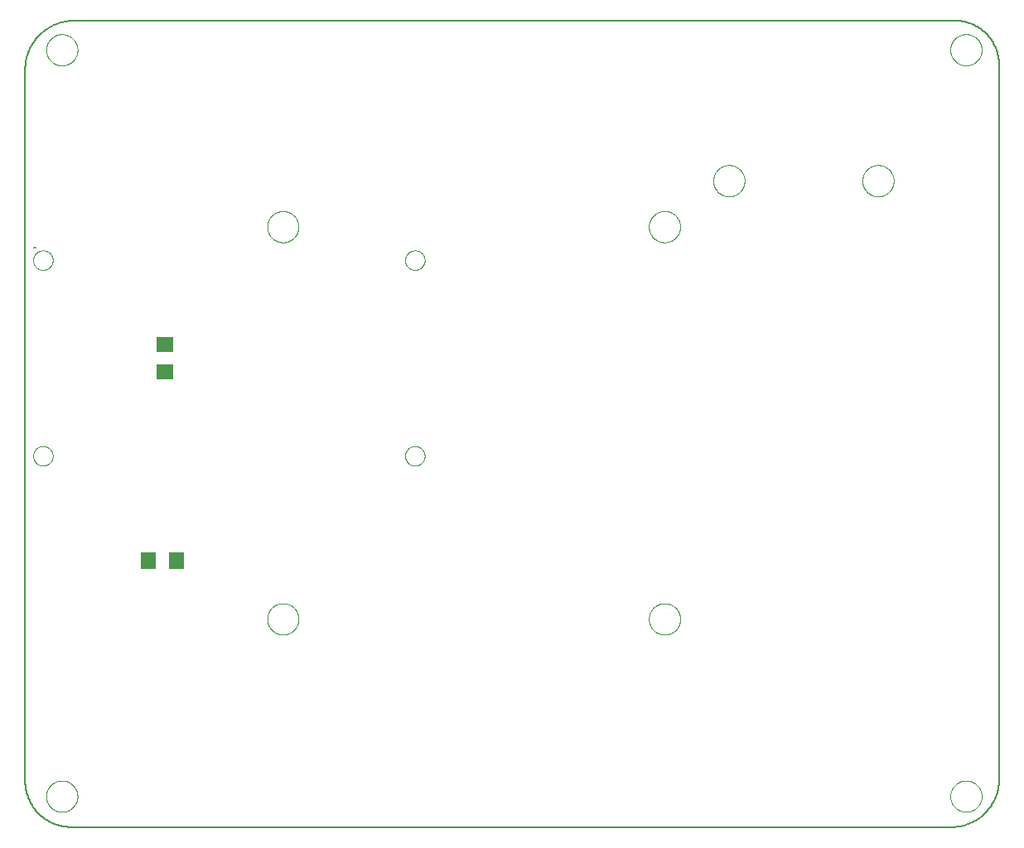
<source format=gtp>
G75*
%MOIN*%
%OFA0B0*%
%FSLAX25Y25*%
%IPPOS*%
%LPD*%
%AMOC8*
5,1,8,0,0,1.08239X$1,22.5*
%
%ADD10C,0.00000*%
%ADD11C,0.00600*%
%ADD12R,0.06299X0.07098*%
%ADD13R,0.07087X0.06299*%
%ADD14C,0.00500*%
D10*
X0021741Y0016918D02*
X0021743Y0017076D01*
X0021749Y0017234D01*
X0021759Y0017392D01*
X0021773Y0017550D01*
X0021791Y0017707D01*
X0021812Y0017864D01*
X0021838Y0018020D01*
X0021868Y0018176D01*
X0021901Y0018331D01*
X0021939Y0018484D01*
X0021980Y0018637D01*
X0022025Y0018789D01*
X0022074Y0018940D01*
X0022127Y0019089D01*
X0022183Y0019237D01*
X0022243Y0019383D01*
X0022307Y0019528D01*
X0022375Y0019671D01*
X0022446Y0019813D01*
X0022520Y0019953D01*
X0022598Y0020090D01*
X0022680Y0020226D01*
X0022764Y0020360D01*
X0022853Y0020491D01*
X0022944Y0020620D01*
X0023039Y0020747D01*
X0023136Y0020872D01*
X0023237Y0020994D01*
X0023341Y0021113D01*
X0023448Y0021230D01*
X0023558Y0021344D01*
X0023671Y0021455D01*
X0023786Y0021564D01*
X0023904Y0021669D01*
X0024025Y0021771D01*
X0024148Y0021871D01*
X0024274Y0021967D01*
X0024402Y0022060D01*
X0024532Y0022150D01*
X0024665Y0022236D01*
X0024800Y0022320D01*
X0024936Y0022399D01*
X0025075Y0022476D01*
X0025216Y0022548D01*
X0025358Y0022618D01*
X0025502Y0022683D01*
X0025648Y0022745D01*
X0025795Y0022803D01*
X0025944Y0022858D01*
X0026094Y0022909D01*
X0026245Y0022956D01*
X0026397Y0022999D01*
X0026550Y0023038D01*
X0026705Y0023074D01*
X0026860Y0023105D01*
X0027016Y0023133D01*
X0027172Y0023157D01*
X0027329Y0023177D01*
X0027487Y0023193D01*
X0027644Y0023205D01*
X0027803Y0023213D01*
X0027961Y0023217D01*
X0028119Y0023217D01*
X0028277Y0023213D01*
X0028436Y0023205D01*
X0028593Y0023193D01*
X0028751Y0023177D01*
X0028908Y0023157D01*
X0029064Y0023133D01*
X0029220Y0023105D01*
X0029375Y0023074D01*
X0029530Y0023038D01*
X0029683Y0022999D01*
X0029835Y0022956D01*
X0029986Y0022909D01*
X0030136Y0022858D01*
X0030285Y0022803D01*
X0030432Y0022745D01*
X0030578Y0022683D01*
X0030722Y0022618D01*
X0030864Y0022548D01*
X0031005Y0022476D01*
X0031144Y0022399D01*
X0031280Y0022320D01*
X0031415Y0022236D01*
X0031548Y0022150D01*
X0031678Y0022060D01*
X0031806Y0021967D01*
X0031932Y0021871D01*
X0032055Y0021771D01*
X0032176Y0021669D01*
X0032294Y0021564D01*
X0032409Y0021455D01*
X0032522Y0021344D01*
X0032632Y0021230D01*
X0032739Y0021113D01*
X0032843Y0020994D01*
X0032944Y0020872D01*
X0033041Y0020747D01*
X0033136Y0020620D01*
X0033227Y0020491D01*
X0033316Y0020360D01*
X0033400Y0020226D01*
X0033482Y0020090D01*
X0033560Y0019953D01*
X0033634Y0019813D01*
X0033705Y0019671D01*
X0033773Y0019528D01*
X0033837Y0019383D01*
X0033897Y0019237D01*
X0033953Y0019089D01*
X0034006Y0018940D01*
X0034055Y0018789D01*
X0034100Y0018637D01*
X0034141Y0018484D01*
X0034179Y0018331D01*
X0034212Y0018176D01*
X0034242Y0018020D01*
X0034268Y0017864D01*
X0034289Y0017707D01*
X0034307Y0017550D01*
X0034321Y0017392D01*
X0034331Y0017234D01*
X0034337Y0017076D01*
X0034339Y0016918D01*
X0034337Y0016760D01*
X0034331Y0016602D01*
X0034321Y0016444D01*
X0034307Y0016286D01*
X0034289Y0016129D01*
X0034268Y0015972D01*
X0034242Y0015816D01*
X0034212Y0015660D01*
X0034179Y0015505D01*
X0034141Y0015352D01*
X0034100Y0015199D01*
X0034055Y0015047D01*
X0034006Y0014896D01*
X0033953Y0014747D01*
X0033897Y0014599D01*
X0033837Y0014453D01*
X0033773Y0014308D01*
X0033705Y0014165D01*
X0033634Y0014023D01*
X0033560Y0013883D01*
X0033482Y0013746D01*
X0033400Y0013610D01*
X0033316Y0013476D01*
X0033227Y0013345D01*
X0033136Y0013216D01*
X0033041Y0013089D01*
X0032944Y0012964D01*
X0032843Y0012842D01*
X0032739Y0012723D01*
X0032632Y0012606D01*
X0032522Y0012492D01*
X0032409Y0012381D01*
X0032294Y0012272D01*
X0032176Y0012167D01*
X0032055Y0012065D01*
X0031932Y0011965D01*
X0031806Y0011869D01*
X0031678Y0011776D01*
X0031548Y0011686D01*
X0031415Y0011600D01*
X0031280Y0011516D01*
X0031144Y0011437D01*
X0031005Y0011360D01*
X0030864Y0011288D01*
X0030722Y0011218D01*
X0030578Y0011153D01*
X0030432Y0011091D01*
X0030285Y0011033D01*
X0030136Y0010978D01*
X0029986Y0010927D01*
X0029835Y0010880D01*
X0029683Y0010837D01*
X0029530Y0010798D01*
X0029375Y0010762D01*
X0029220Y0010731D01*
X0029064Y0010703D01*
X0028908Y0010679D01*
X0028751Y0010659D01*
X0028593Y0010643D01*
X0028436Y0010631D01*
X0028277Y0010623D01*
X0028119Y0010619D01*
X0027961Y0010619D01*
X0027803Y0010623D01*
X0027644Y0010631D01*
X0027487Y0010643D01*
X0027329Y0010659D01*
X0027172Y0010679D01*
X0027016Y0010703D01*
X0026860Y0010731D01*
X0026705Y0010762D01*
X0026550Y0010798D01*
X0026397Y0010837D01*
X0026245Y0010880D01*
X0026094Y0010927D01*
X0025944Y0010978D01*
X0025795Y0011033D01*
X0025648Y0011091D01*
X0025502Y0011153D01*
X0025358Y0011218D01*
X0025216Y0011288D01*
X0025075Y0011360D01*
X0024936Y0011437D01*
X0024800Y0011516D01*
X0024665Y0011600D01*
X0024532Y0011686D01*
X0024402Y0011776D01*
X0024274Y0011869D01*
X0024148Y0011965D01*
X0024025Y0012065D01*
X0023904Y0012167D01*
X0023786Y0012272D01*
X0023671Y0012381D01*
X0023558Y0012492D01*
X0023448Y0012606D01*
X0023341Y0012723D01*
X0023237Y0012842D01*
X0023136Y0012964D01*
X0023039Y0013089D01*
X0022944Y0013216D01*
X0022853Y0013345D01*
X0022764Y0013476D01*
X0022680Y0013610D01*
X0022598Y0013746D01*
X0022520Y0013883D01*
X0022446Y0014023D01*
X0022375Y0014165D01*
X0022307Y0014308D01*
X0022243Y0014453D01*
X0022183Y0014599D01*
X0022127Y0014747D01*
X0022074Y0014896D01*
X0022025Y0015047D01*
X0021980Y0015199D01*
X0021939Y0015352D01*
X0021901Y0015505D01*
X0021868Y0015660D01*
X0021838Y0015816D01*
X0021812Y0015972D01*
X0021791Y0016129D01*
X0021773Y0016286D01*
X0021759Y0016444D01*
X0021749Y0016602D01*
X0021743Y0016760D01*
X0021741Y0016918D01*
X0110668Y0088267D02*
X0110670Y0088425D01*
X0110676Y0088583D01*
X0110686Y0088741D01*
X0110700Y0088899D01*
X0110718Y0089056D01*
X0110739Y0089213D01*
X0110765Y0089369D01*
X0110795Y0089525D01*
X0110828Y0089680D01*
X0110866Y0089833D01*
X0110907Y0089986D01*
X0110952Y0090138D01*
X0111001Y0090289D01*
X0111054Y0090438D01*
X0111110Y0090586D01*
X0111170Y0090732D01*
X0111234Y0090877D01*
X0111302Y0091020D01*
X0111373Y0091162D01*
X0111447Y0091302D01*
X0111525Y0091439D01*
X0111607Y0091575D01*
X0111691Y0091709D01*
X0111780Y0091840D01*
X0111871Y0091969D01*
X0111966Y0092096D01*
X0112063Y0092221D01*
X0112164Y0092343D01*
X0112268Y0092462D01*
X0112375Y0092579D01*
X0112485Y0092693D01*
X0112598Y0092804D01*
X0112713Y0092913D01*
X0112831Y0093018D01*
X0112952Y0093120D01*
X0113075Y0093220D01*
X0113201Y0093316D01*
X0113329Y0093409D01*
X0113459Y0093499D01*
X0113592Y0093585D01*
X0113727Y0093669D01*
X0113863Y0093748D01*
X0114002Y0093825D01*
X0114143Y0093897D01*
X0114285Y0093967D01*
X0114429Y0094032D01*
X0114575Y0094094D01*
X0114722Y0094152D01*
X0114871Y0094207D01*
X0115021Y0094258D01*
X0115172Y0094305D01*
X0115324Y0094348D01*
X0115477Y0094387D01*
X0115632Y0094423D01*
X0115787Y0094454D01*
X0115943Y0094482D01*
X0116099Y0094506D01*
X0116256Y0094526D01*
X0116414Y0094542D01*
X0116571Y0094554D01*
X0116730Y0094562D01*
X0116888Y0094566D01*
X0117046Y0094566D01*
X0117204Y0094562D01*
X0117363Y0094554D01*
X0117520Y0094542D01*
X0117678Y0094526D01*
X0117835Y0094506D01*
X0117991Y0094482D01*
X0118147Y0094454D01*
X0118302Y0094423D01*
X0118457Y0094387D01*
X0118610Y0094348D01*
X0118762Y0094305D01*
X0118913Y0094258D01*
X0119063Y0094207D01*
X0119212Y0094152D01*
X0119359Y0094094D01*
X0119505Y0094032D01*
X0119649Y0093967D01*
X0119791Y0093897D01*
X0119932Y0093825D01*
X0120071Y0093748D01*
X0120207Y0093669D01*
X0120342Y0093585D01*
X0120475Y0093499D01*
X0120605Y0093409D01*
X0120733Y0093316D01*
X0120859Y0093220D01*
X0120982Y0093120D01*
X0121103Y0093018D01*
X0121221Y0092913D01*
X0121336Y0092804D01*
X0121449Y0092693D01*
X0121559Y0092579D01*
X0121666Y0092462D01*
X0121770Y0092343D01*
X0121871Y0092221D01*
X0121968Y0092096D01*
X0122063Y0091969D01*
X0122154Y0091840D01*
X0122243Y0091709D01*
X0122327Y0091575D01*
X0122409Y0091439D01*
X0122487Y0091302D01*
X0122561Y0091162D01*
X0122632Y0091020D01*
X0122700Y0090877D01*
X0122764Y0090732D01*
X0122824Y0090586D01*
X0122880Y0090438D01*
X0122933Y0090289D01*
X0122982Y0090138D01*
X0123027Y0089986D01*
X0123068Y0089833D01*
X0123106Y0089680D01*
X0123139Y0089525D01*
X0123169Y0089369D01*
X0123195Y0089213D01*
X0123216Y0089056D01*
X0123234Y0088899D01*
X0123248Y0088741D01*
X0123258Y0088583D01*
X0123264Y0088425D01*
X0123266Y0088267D01*
X0123264Y0088109D01*
X0123258Y0087951D01*
X0123248Y0087793D01*
X0123234Y0087635D01*
X0123216Y0087478D01*
X0123195Y0087321D01*
X0123169Y0087165D01*
X0123139Y0087009D01*
X0123106Y0086854D01*
X0123068Y0086701D01*
X0123027Y0086548D01*
X0122982Y0086396D01*
X0122933Y0086245D01*
X0122880Y0086096D01*
X0122824Y0085948D01*
X0122764Y0085802D01*
X0122700Y0085657D01*
X0122632Y0085514D01*
X0122561Y0085372D01*
X0122487Y0085232D01*
X0122409Y0085095D01*
X0122327Y0084959D01*
X0122243Y0084825D01*
X0122154Y0084694D01*
X0122063Y0084565D01*
X0121968Y0084438D01*
X0121871Y0084313D01*
X0121770Y0084191D01*
X0121666Y0084072D01*
X0121559Y0083955D01*
X0121449Y0083841D01*
X0121336Y0083730D01*
X0121221Y0083621D01*
X0121103Y0083516D01*
X0120982Y0083414D01*
X0120859Y0083314D01*
X0120733Y0083218D01*
X0120605Y0083125D01*
X0120475Y0083035D01*
X0120342Y0082949D01*
X0120207Y0082865D01*
X0120071Y0082786D01*
X0119932Y0082709D01*
X0119791Y0082637D01*
X0119649Y0082567D01*
X0119505Y0082502D01*
X0119359Y0082440D01*
X0119212Y0082382D01*
X0119063Y0082327D01*
X0118913Y0082276D01*
X0118762Y0082229D01*
X0118610Y0082186D01*
X0118457Y0082147D01*
X0118302Y0082111D01*
X0118147Y0082080D01*
X0117991Y0082052D01*
X0117835Y0082028D01*
X0117678Y0082008D01*
X0117520Y0081992D01*
X0117363Y0081980D01*
X0117204Y0081972D01*
X0117046Y0081968D01*
X0116888Y0081968D01*
X0116730Y0081972D01*
X0116571Y0081980D01*
X0116414Y0081992D01*
X0116256Y0082008D01*
X0116099Y0082028D01*
X0115943Y0082052D01*
X0115787Y0082080D01*
X0115632Y0082111D01*
X0115477Y0082147D01*
X0115324Y0082186D01*
X0115172Y0082229D01*
X0115021Y0082276D01*
X0114871Y0082327D01*
X0114722Y0082382D01*
X0114575Y0082440D01*
X0114429Y0082502D01*
X0114285Y0082567D01*
X0114143Y0082637D01*
X0114002Y0082709D01*
X0113863Y0082786D01*
X0113727Y0082865D01*
X0113592Y0082949D01*
X0113459Y0083035D01*
X0113329Y0083125D01*
X0113201Y0083218D01*
X0113075Y0083314D01*
X0112952Y0083414D01*
X0112831Y0083516D01*
X0112713Y0083621D01*
X0112598Y0083730D01*
X0112485Y0083841D01*
X0112375Y0083955D01*
X0112268Y0084072D01*
X0112164Y0084191D01*
X0112063Y0084313D01*
X0111966Y0084438D01*
X0111871Y0084565D01*
X0111780Y0084694D01*
X0111691Y0084825D01*
X0111607Y0084959D01*
X0111525Y0085095D01*
X0111447Y0085232D01*
X0111373Y0085372D01*
X0111302Y0085514D01*
X0111234Y0085657D01*
X0111170Y0085802D01*
X0111110Y0085948D01*
X0111054Y0086096D01*
X0111001Y0086245D01*
X0110952Y0086396D01*
X0110907Y0086548D01*
X0110866Y0086701D01*
X0110828Y0086854D01*
X0110795Y0087009D01*
X0110765Y0087165D01*
X0110739Y0087321D01*
X0110718Y0087478D01*
X0110700Y0087635D01*
X0110686Y0087793D01*
X0110676Y0087951D01*
X0110670Y0088109D01*
X0110668Y0088267D01*
X0166159Y0153902D02*
X0166161Y0154027D01*
X0166167Y0154152D01*
X0166177Y0154276D01*
X0166191Y0154400D01*
X0166208Y0154524D01*
X0166230Y0154647D01*
X0166256Y0154769D01*
X0166285Y0154891D01*
X0166318Y0155011D01*
X0166356Y0155130D01*
X0166396Y0155249D01*
X0166441Y0155365D01*
X0166489Y0155480D01*
X0166541Y0155594D01*
X0166597Y0155706D01*
X0166656Y0155816D01*
X0166718Y0155924D01*
X0166784Y0156031D01*
X0166853Y0156135D01*
X0166926Y0156236D01*
X0167001Y0156336D01*
X0167080Y0156433D01*
X0167162Y0156527D01*
X0167247Y0156619D01*
X0167334Y0156708D01*
X0167425Y0156794D01*
X0167518Y0156877D01*
X0167614Y0156958D01*
X0167712Y0157035D01*
X0167812Y0157109D01*
X0167915Y0157180D01*
X0168020Y0157247D01*
X0168128Y0157312D01*
X0168237Y0157372D01*
X0168348Y0157430D01*
X0168461Y0157483D01*
X0168575Y0157533D01*
X0168691Y0157580D01*
X0168808Y0157622D01*
X0168927Y0157661D01*
X0169047Y0157697D01*
X0169168Y0157728D01*
X0169290Y0157756D01*
X0169412Y0157779D01*
X0169536Y0157799D01*
X0169660Y0157815D01*
X0169784Y0157827D01*
X0169909Y0157835D01*
X0170034Y0157839D01*
X0170158Y0157839D01*
X0170283Y0157835D01*
X0170408Y0157827D01*
X0170532Y0157815D01*
X0170656Y0157799D01*
X0170780Y0157779D01*
X0170902Y0157756D01*
X0171024Y0157728D01*
X0171145Y0157697D01*
X0171265Y0157661D01*
X0171384Y0157622D01*
X0171501Y0157580D01*
X0171617Y0157533D01*
X0171731Y0157483D01*
X0171844Y0157430D01*
X0171955Y0157372D01*
X0172065Y0157312D01*
X0172172Y0157247D01*
X0172277Y0157180D01*
X0172380Y0157109D01*
X0172480Y0157035D01*
X0172578Y0156958D01*
X0172674Y0156877D01*
X0172767Y0156794D01*
X0172858Y0156708D01*
X0172945Y0156619D01*
X0173030Y0156527D01*
X0173112Y0156433D01*
X0173191Y0156336D01*
X0173266Y0156236D01*
X0173339Y0156135D01*
X0173408Y0156031D01*
X0173474Y0155924D01*
X0173536Y0155816D01*
X0173595Y0155706D01*
X0173651Y0155594D01*
X0173703Y0155480D01*
X0173751Y0155365D01*
X0173796Y0155249D01*
X0173836Y0155130D01*
X0173874Y0155011D01*
X0173907Y0154891D01*
X0173936Y0154769D01*
X0173962Y0154647D01*
X0173984Y0154524D01*
X0174001Y0154400D01*
X0174015Y0154276D01*
X0174025Y0154152D01*
X0174031Y0154027D01*
X0174033Y0153902D01*
X0174031Y0153777D01*
X0174025Y0153652D01*
X0174015Y0153528D01*
X0174001Y0153404D01*
X0173984Y0153280D01*
X0173962Y0153157D01*
X0173936Y0153035D01*
X0173907Y0152913D01*
X0173874Y0152793D01*
X0173836Y0152674D01*
X0173796Y0152555D01*
X0173751Y0152439D01*
X0173703Y0152324D01*
X0173651Y0152210D01*
X0173595Y0152098D01*
X0173536Y0151988D01*
X0173474Y0151880D01*
X0173408Y0151773D01*
X0173339Y0151669D01*
X0173266Y0151568D01*
X0173191Y0151468D01*
X0173112Y0151371D01*
X0173030Y0151277D01*
X0172945Y0151185D01*
X0172858Y0151096D01*
X0172767Y0151010D01*
X0172674Y0150927D01*
X0172578Y0150846D01*
X0172480Y0150769D01*
X0172380Y0150695D01*
X0172277Y0150624D01*
X0172172Y0150557D01*
X0172064Y0150492D01*
X0171955Y0150432D01*
X0171844Y0150374D01*
X0171731Y0150321D01*
X0171617Y0150271D01*
X0171501Y0150224D01*
X0171384Y0150182D01*
X0171265Y0150143D01*
X0171145Y0150107D01*
X0171024Y0150076D01*
X0170902Y0150048D01*
X0170780Y0150025D01*
X0170656Y0150005D01*
X0170532Y0149989D01*
X0170408Y0149977D01*
X0170283Y0149969D01*
X0170158Y0149965D01*
X0170034Y0149965D01*
X0169909Y0149969D01*
X0169784Y0149977D01*
X0169660Y0149989D01*
X0169536Y0150005D01*
X0169412Y0150025D01*
X0169290Y0150048D01*
X0169168Y0150076D01*
X0169047Y0150107D01*
X0168927Y0150143D01*
X0168808Y0150182D01*
X0168691Y0150224D01*
X0168575Y0150271D01*
X0168461Y0150321D01*
X0168348Y0150374D01*
X0168237Y0150432D01*
X0168127Y0150492D01*
X0168020Y0150557D01*
X0167915Y0150624D01*
X0167812Y0150695D01*
X0167712Y0150769D01*
X0167614Y0150846D01*
X0167518Y0150927D01*
X0167425Y0151010D01*
X0167334Y0151096D01*
X0167247Y0151185D01*
X0167162Y0151277D01*
X0167080Y0151371D01*
X0167001Y0151468D01*
X0166926Y0151568D01*
X0166853Y0151669D01*
X0166784Y0151773D01*
X0166718Y0151880D01*
X0166656Y0151988D01*
X0166597Y0152098D01*
X0166541Y0152210D01*
X0166489Y0152324D01*
X0166441Y0152439D01*
X0166396Y0152555D01*
X0166356Y0152674D01*
X0166318Y0152793D01*
X0166285Y0152913D01*
X0166256Y0153035D01*
X0166230Y0153157D01*
X0166208Y0153280D01*
X0166191Y0153404D01*
X0166177Y0153528D01*
X0166167Y0153652D01*
X0166161Y0153777D01*
X0166159Y0153902D01*
X0166159Y0232670D02*
X0166161Y0232795D01*
X0166167Y0232920D01*
X0166177Y0233044D01*
X0166191Y0233168D01*
X0166208Y0233292D01*
X0166230Y0233415D01*
X0166256Y0233537D01*
X0166285Y0233659D01*
X0166318Y0233779D01*
X0166356Y0233898D01*
X0166396Y0234017D01*
X0166441Y0234133D01*
X0166489Y0234248D01*
X0166541Y0234362D01*
X0166597Y0234474D01*
X0166656Y0234584D01*
X0166718Y0234692D01*
X0166784Y0234799D01*
X0166853Y0234903D01*
X0166926Y0235004D01*
X0167001Y0235104D01*
X0167080Y0235201D01*
X0167162Y0235295D01*
X0167247Y0235387D01*
X0167334Y0235476D01*
X0167425Y0235562D01*
X0167518Y0235645D01*
X0167614Y0235726D01*
X0167712Y0235803D01*
X0167812Y0235877D01*
X0167915Y0235948D01*
X0168020Y0236015D01*
X0168128Y0236080D01*
X0168237Y0236140D01*
X0168348Y0236198D01*
X0168461Y0236251D01*
X0168575Y0236301D01*
X0168691Y0236348D01*
X0168808Y0236390D01*
X0168927Y0236429D01*
X0169047Y0236465D01*
X0169168Y0236496D01*
X0169290Y0236524D01*
X0169412Y0236547D01*
X0169536Y0236567D01*
X0169660Y0236583D01*
X0169784Y0236595D01*
X0169909Y0236603D01*
X0170034Y0236607D01*
X0170158Y0236607D01*
X0170283Y0236603D01*
X0170408Y0236595D01*
X0170532Y0236583D01*
X0170656Y0236567D01*
X0170780Y0236547D01*
X0170902Y0236524D01*
X0171024Y0236496D01*
X0171145Y0236465D01*
X0171265Y0236429D01*
X0171384Y0236390D01*
X0171501Y0236348D01*
X0171617Y0236301D01*
X0171731Y0236251D01*
X0171844Y0236198D01*
X0171955Y0236140D01*
X0172065Y0236080D01*
X0172172Y0236015D01*
X0172277Y0235948D01*
X0172380Y0235877D01*
X0172480Y0235803D01*
X0172578Y0235726D01*
X0172674Y0235645D01*
X0172767Y0235562D01*
X0172858Y0235476D01*
X0172945Y0235387D01*
X0173030Y0235295D01*
X0173112Y0235201D01*
X0173191Y0235104D01*
X0173266Y0235004D01*
X0173339Y0234903D01*
X0173408Y0234799D01*
X0173474Y0234692D01*
X0173536Y0234584D01*
X0173595Y0234474D01*
X0173651Y0234362D01*
X0173703Y0234248D01*
X0173751Y0234133D01*
X0173796Y0234017D01*
X0173836Y0233898D01*
X0173874Y0233779D01*
X0173907Y0233659D01*
X0173936Y0233537D01*
X0173962Y0233415D01*
X0173984Y0233292D01*
X0174001Y0233168D01*
X0174015Y0233044D01*
X0174025Y0232920D01*
X0174031Y0232795D01*
X0174033Y0232670D01*
X0174031Y0232545D01*
X0174025Y0232420D01*
X0174015Y0232296D01*
X0174001Y0232172D01*
X0173984Y0232048D01*
X0173962Y0231925D01*
X0173936Y0231803D01*
X0173907Y0231681D01*
X0173874Y0231561D01*
X0173836Y0231442D01*
X0173796Y0231323D01*
X0173751Y0231207D01*
X0173703Y0231092D01*
X0173651Y0230978D01*
X0173595Y0230866D01*
X0173536Y0230756D01*
X0173474Y0230648D01*
X0173408Y0230541D01*
X0173339Y0230437D01*
X0173266Y0230336D01*
X0173191Y0230236D01*
X0173112Y0230139D01*
X0173030Y0230045D01*
X0172945Y0229953D01*
X0172858Y0229864D01*
X0172767Y0229778D01*
X0172674Y0229695D01*
X0172578Y0229614D01*
X0172480Y0229537D01*
X0172380Y0229463D01*
X0172277Y0229392D01*
X0172172Y0229325D01*
X0172064Y0229260D01*
X0171955Y0229200D01*
X0171844Y0229142D01*
X0171731Y0229089D01*
X0171617Y0229039D01*
X0171501Y0228992D01*
X0171384Y0228950D01*
X0171265Y0228911D01*
X0171145Y0228875D01*
X0171024Y0228844D01*
X0170902Y0228816D01*
X0170780Y0228793D01*
X0170656Y0228773D01*
X0170532Y0228757D01*
X0170408Y0228745D01*
X0170283Y0228737D01*
X0170158Y0228733D01*
X0170034Y0228733D01*
X0169909Y0228737D01*
X0169784Y0228745D01*
X0169660Y0228757D01*
X0169536Y0228773D01*
X0169412Y0228793D01*
X0169290Y0228816D01*
X0169168Y0228844D01*
X0169047Y0228875D01*
X0168927Y0228911D01*
X0168808Y0228950D01*
X0168691Y0228992D01*
X0168575Y0229039D01*
X0168461Y0229089D01*
X0168348Y0229142D01*
X0168237Y0229200D01*
X0168127Y0229260D01*
X0168020Y0229325D01*
X0167915Y0229392D01*
X0167812Y0229463D01*
X0167712Y0229537D01*
X0167614Y0229614D01*
X0167518Y0229695D01*
X0167425Y0229778D01*
X0167334Y0229864D01*
X0167247Y0229953D01*
X0167162Y0230045D01*
X0167080Y0230139D01*
X0167001Y0230236D01*
X0166926Y0230336D01*
X0166853Y0230437D01*
X0166784Y0230541D01*
X0166718Y0230648D01*
X0166656Y0230756D01*
X0166597Y0230866D01*
X0166541Y0230978D01*
X0166489Y0231092D01*
X0166441Y0231207D01*
X0166396Y0231323D01*
X0166356Y0231442D01*
X0166318Y0231561D01*
X0166285Y0231681D01*
X0166256Y0231803D01*
X0166230Y0231925D01*
X0166208Y0232048D01*
X0166191Y0232172D01*
X0166177Y0232296D01*
X0166167Y0232420D01*
X0166161Y0232545D01*
X0166159Y0232670D01*
X0110668Y0246148D02*
X0110670Y0246306D01*
X0110676Y0246464D01*
X0110686Y0246622D01*
X0110700Y0246780D01*
X0110718Y0246937D01*
X0110739Y0247094D01*
X0110765Y0247250D01*
X0110795Y0247406D01*
X0110828Y0247561D01*
X0110866Y0247714D01*
X0110907Y0247867D01*
X0110952Y0248019D01*
X0111001Y0248170D01*
X0111054Y0248319D01*
X0111110Y0248467D01*
X0111170Y0248613D01*
X0111234Y0248758D01*
X0111302Y0248901D01*
X0111373Y0249043D01*
X0111447Y0249183D01*
X0111525Y0249320D01*
X0111607Y0249456D01*
X0111691Y0249590D01*
X0111780Y0249721D01*
X0111871Y0249850D01*
X0111966Y0249977D01*
X0112063Y0250102D01*
X0112164Y0250224D01*
X0112268Y0250343D01*
X0112375Y0250460D01*
X0112485Y0250574D01*
X0112598Y0250685D01*
X0112713Y0250794D01*
X0112831Y0250899D01*
X0112952Y0251001D01*
X0113075Y0251101D01*
X0113201Y0251197D01*
X0113329Y0251290D01*
X0113459Y0251380D01*
X0113592Y0251466D01*
X0113727Y0251550D01*
X0113863Y0251629D01*
X0114002Y0251706D01*
X0114143Y0251778D01*
X0114285Y0251848D01*
X0114429Y0251913D01*
X0114575Y0251975D01*
X0114722Y0252033D01*
X0114871Y0252088D01*
X0115021Y0252139D01*
X0115172Y0252186D01*
X0115324Y0252229D01*
X0115477Y0252268D01*
X0115632Y0252304D01*
X0115787Y0252335D01*
X0115943Y0252363D01*
X0116099Y0252387D01*
X0116256Y0252407D01*
X0116414Y0252423D01*
X0116571Y0252435D01*
X0116730Y0252443D01*
X0116888Y0252447D01*
X0117046Y0252447D01*
X0117204Y0252443D01*
X0117363Y0252435D01*
X0117520Y0252423D01*
X0117678Y0252407D01*
X0117835Y0252387D01*
X0117991Y0252363D01*
X0118147Y0252335D01*
X0118302Y0252304D01*
X0118457Y0252268D01*
X0118610Y0252229D01*
X0118762Y0252186D01*
X0118913Y0252139D01*
X0119063Y0252088D01*
X0119212Y0252033D01*
X0119359Y0251975D01*
X0119505Y0251913D01*
X0119649Y0251848D01*
X0119791Y0251778D01*
X0119932Y0251706D01*
X0120071Y0251629D01*
X0120207Y0251550D01*
X0120342Y0251466D01*
X0120475Y0251380D01*
X0120605Y0251290D01*
X0120733Y0251197D01*
X0120859Y0251101D01*
X0120982Y0251001D01*
X0121103Y0250899D01*
X0121221Y0250794D01*
X0121336Y0250685D01*
X0121449Y0250574D01*
X0121559Y0250460D01*
X0121666Y0250343D01*
X0121770Y0250224D01*
X0121871Y0250102D01*
X0121968Y0249977D01*
X0122063Y0249850D01*
X0122154Y0249721D01*
X0122243Y0249590D01*
X0122327Y0249456D01*
X0122409Y0249320D01*
X0122487Y0249183D01*
X0122561Y0249043D01*
X0122632Y0248901D01*
X0122700Y0248758D01*
X0122764Y0248613D01*
X0122824Y0248467D01*
X0122880Y0248319D01*
X0122933Y0248170D01*
X0122982Y0248019D01*
X0123027Y0247867D01*
X0123068Y0247714D01*
X0123106Y0247561D01*
X0123139Y0247406D01*
X0123169Y0247250D01*
X0123195Y0247094D01*
X0123216Y0246937D01*
X0123234Y0246780D01*
X0123248Y0246622D01*
X0123258Y0246464D01*
X0123264Y0246306D01*
X0123266Y0246148D01*
X0123264Y0245990D01*
X0123258Y0245832D01*
X0123248Y0245674D01*
X0123234Y0245516D01*
X0123216Y0245359D01*
X0123195Y0245202D01*
X0123169Y0245046D01*
X0123139Y0244890D01*
X0123106Y0244735D01*
X0123068Y0244582D01*
X0123027Y0244429D01*
X0122982Y0244277D01*
X0122933Y0244126D01*
X0122880Y0243977D01*
X0122824Y0243829D01*
X0122764Y0243683D01*
X0122700Y0243538D01*
X0122632Y0243395D01*
X0122561Y0243253D01*
X0122487Y0243113D01*
X0122409Y0242976D01*
X0122327Y0242840D01*
X0122243Y0242706D01*
X0122154Y0242575D01*
X0122063Y0242446D01*
X0121968Y0242319D01*
X0121871Y0242194D01*
X0121770Y0242072D01*
X0121666Y0241953D01*
X0121559Y0241836D01*
X0121449Y0241722D01*
X0121336Y0241611D01*
X0121221Y0241502D01*
X0121103Y0241397D01*
X0120982Y0241295D01*
X0120859Y0241195D01*
X0120733Y0241099D01*
X0120605Y0241006D01*
X0120475Y0240916D01*
X0120342Y0240830D01*
X0120207Y0240746D01*
X0120071Y0240667D01*
X0119932Y0240590D01*
X0119791Y0240518D01*
X0119649Y0240448D01*
X0119505Y0240383D01*
X0119359Y0240321D01*
X0119212Y0240263D01*
X0119063Y0240208D01*
X0118913Y0240157D01*
X0118762Y0240110D01*
X0118610Y0240067D01*
X0118457Y0240028D01*
X0118302Y0239992D01*
X0118147Y0239961D01*
X0117991Y0239933D01*
X0117835Y0239909D01*
X0117678Y0239889D01*
X0117520Y0239873D01*
X0117363Y0239861D01*
X0117204Y0239853D01*
X0117046Y0239849D01*
X0116888Y0239849D01*
X0116730Y0239853D01*
X0116571Y0239861D01*
X0116414Y0239873D01*
X0116256Y0239889D01*
X0116099Y0239909D01*
X0115943Y0239933D01*
X0115787Y0239961D01*
X0115632Y0239992D01*
X0115477Y0240028D01*
X0115324Y0240067D01*
X0115172Y0240110D01*
X0115021Y0240157D01*
X0114871Y0240208D01*
X0114722Y0240263D01*
X0114575Y0240321D01*
X0114429Y0240383D01*
X0114285Y0240448D01*
X0114143Y0240518D01*
X0114002Y0240590D01*
X0113863Y0240667D01*
X0113727Y0240746D01*
X0113592Y0240830D01*
X0113459Y0240916D01*
X0113329Y0241006D01*
X0113201Y0241099D01*
X0113075Y0241195D01*
X0112952Y0241295D01*
X0112831Y0241397D01*
X0112713Y0241502D01*
X0112598Y0241611D01*
X0112485Y0241722D01*
X0112375Y0241836D01*
X0112268Y0241953D01*
X0112164Y0242072D01*
X0112063Y0242194D01*
X0111966Y0242319D01*
X0111871Y0242446D01*
X0111780Y0242575D01*
X0111691Y0242706D01*
X0111607Y0242840D01*
X0111525Y0242976D01*
X0111447Y0243113D01*
X0111373Y0243253D01*
X0111302Y0243395D01*
X0111234Y0243538D01*
X0111170Y0243683D01*
X0111110Y0243829D01*
X0111054Y0243977D01*
X0111001Y0244126D01*
X0110952Y0244277D01*
X0110907Y0244429D01*
X0110866Y0244582D01*
X0110828Y0244735D01*
X0110795Y0244890D01*
X0110765Y0245046D01*
X0110739Y0245202D01*
X0110718Y0245359D01*
X0110700Y0245516D01*
X0110686Y0245674D01*
X0110676Y0245832D01*
X0110670Y0245990D01*
X0110668Y0246148D01*
X0021741Y0317342D02*
X0021743Y0317500D01*
X0021749Y0317658D01*
X0021759Y0317816D01*
X0021773Y0317974D01*
X0021791Y0318131D01*
X0021812Y0318288D01*
X0021838Y0318444D01*
X0021868Y0318600D01*
X0021901Y0318755D01*
X0021939Y0318908D01*
X0021980Y0319061D01*
X0022025Y0319213D01*
X0022074Y0319364D01*
X0022127Y0319513D01*
X0022183Y0319661D01*
X0022243Y0319807D01*
X0022307Y0319952D01*
X0022375Y0320095D01*
X0022446Y0320237D01*
X0022520Y0320377D01*
X0022598Y0320514D01*
X0022680Y0320650D01*
X0022764Y0320784D01*
X0022853Y0320915D01*
X0022944Y0321044D01*
X0023039Y0321171D01*
X0023136Y0321296D01*
X0023237Y0321418D01*
X0023341Y0321537D01*
X0023448Y0321654D01*
X0023558Y0321768D01*
X0023671Y0321879D01*
X0023786Y0321988D01*
X0023904Y0322093D01*
X0024025Y0322195D01*
X0024148Y0322295D01*
X0024274Y0322391D01*
X0024402Y0322484D01*
X0024532Y0322574D01*
X0024665Y0322660D01*
X0024800Y0322744D01*
X0024936Y0322823D01*
X0025075Y0322900D01*
X0025216Y0322972D01*
X0025358Y0323042D01*
X0025502Y0323107D01*
X0025648Y0323169D01*
X0025795Y0323227D01*
X0025944Y0323282D01*
X0026094Y0323333D01*
X0026245Y0323380D01*
X0026397Y0323423D01*
X0026550Y0323462D01*
X0026705Y0323498D01*
X0026860Y0323529D01*
X0027016Y0323557D01*
X0027172Y0323581D01*
X0027329Y0323601D01*
X0027487Y0323617D01*
X0027644Y0323629D01*
X0027803Y0323637D01*
X0027961Y0323641D01*
X0028119Y0323641D01*
X0028277Y0323637D01*
X0028436Y0323629D01*
X0028593Y0323617D01*
X0028751Y0323601D01*
X0028908Y0323581D01*
X0029064Y0323557D01*
X0029220Y0323529D01*
X0029375Y0323498D01*
X0029530Y0323462D01*
X0029683Y0323423D01*
X0029835Y0323380D01*
X0029986Y0323333D01*
X0030136Y0323282D01*
X0030285Y0323227D01*
X0030432Y0323169D01*
X0030578Y0323107D01*
X0030722Y0323042D01*
X0030864Y0322972D01*
X0031005Y0322900D01*
X0031144Y0322823D01*
X0031280Y0322744D01*
X0031415Y0322660D01*
X0031548Y0322574D01*
X0031678Y0322484D01*
X0031806Y0322391D01*
X0031932Y0322295D01*
X0032055Y0322195D01*
X0032176Y0322093D01*
X0032294Y0321988D01*
X0032409Y0321879D01*
X0032522Y0321768D01*
X0032632Y0321654D01*
X0032739Y0321537D01*
X0032843Y0321418D01*
X0032944Y0321296D01*
X0033041Y0321171D01*
X0033136Y0321044D01*
X0033227Y0320915D01*
X0033316Y0320784D01*
X0033400Y0320650D01*
X0033482Y0320514D01*
X0033560Y0320377D01*
X0033634Y0320237D01*
X0033705Y0320095D01*
X0033773Y0319952D01*
X0033837Y0319807D01*
X0033897Y0319661D01*
X0033953Y0319513D01*
X0034006Y0319364D01*
X0034055Y0319213D01*
X0034100Y0319061D01*
X0034141Y0318908D01*
X0034179Y0318755D01*
X0034212Y0318600D01*
X0034242Y0318444D01*
X0034268Y0318288D01*
X0034289Y0318131D01*
X0034307Y0317974D01*
X0034321Y0317816D01*
X0034331Y0317658D01*
X0034337Y0317500D01*
X0034339Y0317342D01*
X0034337Y0317184D01*
X0034331Y0317026D01*
X0034321Y0316868D01*
X0034307Y0316710D01*
X0034289Y0316553D01*
X0034268Y0316396D01*
X0034242Y0316240D01*
X0034212Y0316084D01*
X0034179Y0315929D01*
X0034141Y0315776D01*
X0034100Y0315623D01*
X0034055Y0315471D01*
X0034006Y0315320D01*
X0033953Y0315171D01*
X0033897Y0315023D01*
X0033837Y0314877D01*
X0033773Y0314732D01*
X0033705Y0314589D01*
X0033634Y0314447D01*
X0033560Y0314307D01*
X0033482Y0314170D01*
X0033400Y0314034D01*
X0033316Y0313900D01*
X0033227Y0313769D01*
X0033136Y0313640D01*
X0033041Y0313513D01*
X0032944Y0313388D01*
X0032843Y0313266D01*
X0032739Y0313147D01*
X0032632Y0313030D01*
X0032522Y0312916D01*
X0032409Y0312805D01*
X0032294Y0312696D01*
X0032176Y0312591D01*
X0032055Y0312489D01*
X0031932Y0312389D01*
X0031806Y0312293D01*
X0031678Y0312200D01*
X0031548Y0312110D01*
X0031415Y0312024D01*
X0031280Y0311940D01*
X0031144Y0311861D01*
X0031005Y0311784D01*
X0030864Y0311712D01*
X0030722Y0311642D01*
X0030578Y0311577D01*
X0030432Y0311515D01*
X0030285Y0311457D01*
X0030136Y0311402D01*
X0029986Y0311351D01*
X0029835Y0311304D01*
X0029683Y0311261D01*
X0029530Y0311222D01*
X0029375Y0311186D01*
X0029220Y0311155D01*
X0029064Y0311127D01*
X0028908Y0311103D01*
X0028751Y0311083D01*
X0028593Y0311067D01*
X0028436Y0311055D01*
X0028277Y0311047D01*
X0028119Y0311043D01*
X0027961Y0311043D01*
X0027803Y0311047D01*
X0027644Y0311055D01*
X0027487Y0311067D01*
X0027329Y0311083D01*
X0027172Y0311103D01*
X0027016Y0311127D01*
X0026860Y0311155D01*
X0026705Y0311186D01*
X0026550Y0311222D01*
X0026397Y0311261D01*
X0026245Y0311304D01*
X0026094Y0311351D01*
X0025944Y0311402D01*
X0025795Y0311457D01*
X0025648Y0311515D01*
X0025502Y0311577D01*
X0025358Y0311642D01*
X0025216Y0311712D01*
X0025075Y0311784D01*
X0024936Y0311861D01*
X0024800Y0311940D01*
X0024665Y0312024D01*
X0024532Y0312110D01*
X0024402Y0312200D01*
X0024274Y0312293D01*
X0024148Y0312389D01*
X0024025Y0312489D01*
X0023904Y0312591D01*
X0023786Y0312696D01*
X0023671Y0312805D01*
X0023558Y0312916D01*
X0023448Y0313030D01*
X0023341Y0313147D01*
X0023237Y0313266D01*
X0023136Y0313388D01*
X0023039Y0313513D01*
X0022944Y0313640D01*
X0022853Y0313769D01*
X0022764Y0313900D01*
X0022680Y0314034D01*
X0022598Y0314170D01*
X0022520Y0314307D01*
X0022446Y0314447D01*
X0022375Y0314589D01*
X0022307Y0314732D01*
X0022243Y0314877D01*
X0022183Y0315023D01*
X0022127Y0315171D01*
X0022074Y0315320D01*
X0022025Y0315471D01*
X0021980Y0315623D01*
X0021939Y0315776D01*
X0021901Y0315929D01*
X0021868Y0316084D01*
X0021838Y0316240D01*
X0021812Y0316396D01*
X0021791Y0316553D01*
X0021773Y0316710D01*
X0021759Y0316868D01*
X0021749Y0317026D01*
X0021743Y0317184D01*
X0021741Y0317342D01*
X0016500Y0232670D02*
X0016502Y0232795D01*
X0016508Y0232920D01*
X0016518Y0233044D01*
X0016532Y0233168D01*
X0016549Y0233292D01*
X0016571Y0233415D01*
X0016597Y0233537D01*
X0016626Y0233659D01*
X0016659Y0233779D01*
X0016697Y0233898D01*
X0016737Y0234017D01*
X0016782Y0234133D01*
X0016830Y0234248D01*
X0016882Y0234362D01*
X0016938Y0234474D01*
X0016997Y0234584D01*
X0017059Y0234692D01*
X0017125Y0234799D01*
X0017194Y0234903D01*
X0017267Y0235004D01*
X0017342Y0235104D01*
X0017421Y0235201D01*
X0017503Y0235295D01*
X0017588Y0235387D01*
X0017675Y0235476D01*
X0017766Y0235562D01*
X0017859Y0235645D01*
X0017955Y0235726D01*
X0018053Y0235803D01*
X0018153Y0235877D01*
X0018256Y0235948D01*
X0018361Y0236015D01*
X0018469Y0236080D01*
X0018578Y0236140D01*
X0018689Y0236198D01*
X0018802Y0236251D01*
X0018916Y0236301D01*
X0019032Y0236348D01*
X0019149Y0236390D01*
X0019268Y0236429D01*
X0019388Y0236465D01*
X0019509Y0236496D01*
X0019631Y0236524D01*
X0019753Y0236547D01*
X0019877Y0236567D01*
X0020001Y0236583D01*
X0020125Y0236595D01*
X0020250Y0236603D01*
X0020375Y0236607D01*
X0020499Y0236607D01*
X0020624Y0236603D01*
X0020749Y0236595D01*
X0020873Y0236583D01*
X0020997Y0236567D01*
X0021121Y0236547D01*
X0021243Y0236524D01*
X0021365Y0236496D01*
X0021486Y0236465D01*
X0021606Y0236429D01*
X0021725Y0236390D01*
X0021842Y0236348D01*
X0021958Y0236301D01*
X0022072Y0236251D01*
X0022185Y0236198D01*
X0022296Y0236140D01*
X0022406Y0236080D01*
X0022513Y0236015D01*
X0022618Y0235948D01*
X0022721Y0235877D01*
X0022821Y0235803D01*
X0022919Y0235726D01*
X0023015Y0235645D01*
X0023108Y0235562D01*
X0023199Y0235476D01*
X0023286Y0235387D01*
X0023371Y0235295D01*
X0023453Y0235201D01*
X0023532Y0235104D01*
X0023607Y0235004D01*
X0023680Y0234903D01*
X0023749Y0234799D01*
X0023815Y0234692D01*
X0023877Y0234584D01*
X0023936Y0234474D01*
X0023992Y0234362D01*
X0024044Y0234248D01*
X0024092Y0234133D01*
X0024137Y0234017D01*
X0024177Y0233898D01*
X0024215Y0233779D01*
X0024248Y0233659D01*
X0024277Y0233537D01*
X0024303Y0233415D01*
X0024325Y0233292D01*
X0024342Y0233168D01*
X0024356Y0233044D01*
X0024366Y0232920D01*
X0024372Y0232795D01*
X0024374Y0232670D01*
X0024372Y0232545D01*
X0024366Y0232420D01*
X0024356Y0232296D01*
X0024342Y0232172D01*
X0024325Y0232048D01*
X0024303Y0231925D01*
X0024277Y0231803D01*
X0024248Y0231681D01*
X0024215Y0231561D01*
X0024177Y0231442D01*
X0024137Y0231323D01*
X0024092Y0231207D01*
X0024044Y0231092D01*
X0023992Y0230978D01*
X0023936Y0230866D01*
X0023877Y0230756D01*
X0023815Y0230648D01*
X0023749Y0230541D01*
X0023680Y0230437D01*
X0023607Y0230336D01*
X0023532Y0230236D01*
X0023453Y0230139D01*
X0023371Y0230045D01*
X0023286Y0229953D01*
X0023199Y0229864D01*
X0023108Y0229778D01*
X0023015Y0229695D01*
X0022919Y0229614D01*
X0022821Y0229537D01*
X0022721Y0229463D01*
X0022618Y0229392D01*
X0022513Y0229325D01*
X0022405Y0229260D01*
X0022296Y0229200D01*
X0022185Y0229142D01*
X0022072Y0229089D01*
X0021958Y0229039D01*
X0021842Y0228992D01*
X0021725Y0228950D01*
X0021606Y0228911D01*
X0021486Y0228875D01*
X0021365Y0228844D01*
X0021243Y0228816D01*
X0021121Y0228793D01*
X0020997Y0228773D01*
X0020873Y0228757D01*
X0020749Y0228745D01*
X0020624Y0228737D01*
X0020499Y0228733D01*
X0020375Y0228733D01*
X0020250Y0228737D01*
X0020125Y0228745D01*
X0020001Y0228757D01*
X0019877Y0228773D01*
X0019753Y0228793D01*
X0019631Y0228816D01*
X0019509Y0228844D01*
X0019388Y0228875D01*
X0019268Y0228911D01*
X0019149Y0228950D01*
X0019032Y0228992D01*
X0018916Y0229039D01*
X0018802Y0229089D01*
X0018689Y0229142D01*
X0018578Y0229200D01*
X0018468Y0229260D01*
X0018361Y0229325D01*
X0018256Y0229392D01*
X0018153Y0229463D01*
X0018053Y0229537D01*
X0017955Y0229614D01*
X0017859Y0229695D01*
X0017766Y0229778D01*
X0017675Y0229864D01*
X0017588Y0229953D01*
X0017503Y0230045D01*
X0017421Y0230139D01*
X0017342Y0230236D01*
X0017267Y0230336D01*
X0017194Y0230437D01*
X0017125Y0230541D01*
X0017059Y0230648D01*
X0016997Y0230756D01*
X0016938Y0230866D01*
X0016882Y0230978D01*
X0016830Y0231092D01*
X0016782Y0231207D01*
X0016737Y0231323D01*
X0016697Y0231442D01*
X0016659Y0231561D01*
X0016626Y0231681D01*
X0016597Y0231803D01*
X0016571Y0231925D01*
X0016549Y0232048D01*
X0016532Y0232172D01*
X0016518Y0232296D01*
X0016508Y0232420D01*
X0016502Y0232545D01*
X0016500Y0232670D01*
X0016500Y0153902D02*
X0016502Y0154027D01*
X0016508Y0154152D01*
X0016518Y0154276D01*
X0016532Y0154400D01*
X0016549Y0154524D01*
X0016571Y0154647D01*
X0016597Y0154769D01*
X0016626Y0154891D01*
X0016659Y0155011D01*
X0016697Y0155130D01*
X0016737Y0155249D01*
X0016782Y0155365D01*
X0016830Y0155480D01*
X0016882Y0155594D01*
X0016938Y0155706D01*
X0016997Y0155816D01*
X0017059Y0155924D01*
X0017125Y0156031D01*
X0017194Y0156135D01*
X0017267Y0156236D01*
X0017342Y0156336D01*
X0017421Y0156433D01*
X0017503Y0156527D01*
X0017588Y0156619D01*
X0017675Y0156708D01*
X0017766Y0156794D01*
X0017859Y0156877D01*
X0017955Y0156958D01*
X0018053Y0157035D01*
X0018153Y0157109D01*
X0018256Y0157180D01*
X0018361Y0157247D01*
X0018469Y0157312D01*
X0018578Y0157372D01*
X0018689Y0157430D01*
X0018802Y0157483D01*
X0018916Y0157533D01*
X0019032Y0157580D01*
X0019149Y0157622D01*
X0019268Y0157661D01*
X0019388Y0157697D01*
X0019509Y0157728D01*
X0019631Y0157756D01*
X0019753Y0157779D01*
X0019877Y0157799D01*
X0020001Y0157815D01*
X0020125Y0157827D01*
X0020250Y0157835D01*
X0020375Y0157839D01*
X0020499Y0157839D01*
X0020624Y0157835D01*
X0020749Y0157827D01*
X0020873Y0157815D01*
X0020997Y0157799D01*
X0021121Y0157779D01*
X0021243Y0157756D01*
X0021365Y0157728D01*
X0021486Y0157697D01*
X0021606Y0157661D01*
X0021725Y0157622D01*
X0021842Y0157580D01*
X0021958Y0157533D01*
X0022072Y0157483D01*
X0022185Y0157430D01*
X0022296Y0157372D01*
X0022406Y0157312D01*
X0022513Y0157247D01*
X0022618Y0157180D01*
X0022721Y0157109D01*
X0022821Y0157035D01*
X0022919Y0156958D01*
X0023015Y0156877D01*
X0023108Y0156794D01*
X0023199Y0156708D01*
X0023286Y0156619D01*
X0023371Y0156527D01*
X0023453Y0156433D01*
X0023532Y0156336D01*
X0023607Y0156236D01*
X0023680Y0156135D01*
X0023749Y0156031D01*
X0023815Y0155924D01*
X0023877Y0155816D01*
X0023936Y0155706D01*
X0023992Y0155594D01*
X0024044Y0155480D01*
X0024092Y0155365D01*
X0024137Y0155249D01*
X0024177Y0155130D01*
X0024215Y0155011D01*
X0024248Y0154891D01*
X0024277Y0154769D01*
X0024303Y0154647D01*
X0024325Y0154524D01*
X0024342Y0154400D01*
X0024356Y0154276D01*
X0024366Y0154152D01*
X0024372Y0154027D01*
X0024374Y0153902D01*
X0024372Y0153777D01*
X0024366Y0153652D01*
X0024356Y0153528D01*
X0024342Y0153404D01*
X0024325Y0153280D01*
X0024303Y0153157D01*
X0024277Y0153035D01*
X0024248Y0152913D01*
X0024215Y0152793D01*
X0024177Y0152674D01*
X0024137Y0152555D01*
X0024092Y0152439D01*
X0024044Y0152324D01*
X0023992Y0152210D01*
X0023936Y0152098D01*
X0023877Y0151988D01*
X0023815Y0151880D01*
X0023749Y0151773D01*
X0023680Y0151669D01*
X0023607Y0151568D01*
X0023532Y0151468D01*
X0023453Y0151371D01*
X0023371Y0151277D01*
X0023286Y0151185D01*
X0023199Y0151096D01*
X0023108Y0151010D01*
X0023015Y0150927D01*
X0022919Y0150846D01*
X0022821Y0150769D01*
X0022721Y0150695D01*
X0022618Y0150624D01*
X0022513Y0150557D01*
X0022405Y0150492D01*
X0022296Y0150432D01*
X0022185Y0150374D01*
X0022072Y0150321D01*
X0021958Y0150271D01*
X0021842Y0150224D01*
X0021725Y0150182D01*
X0021606Y0150143D01*
X0021486Y0150107D01*
X0021365Y0150076D01*
X0021243Y0150048D01*
X0021121Y0150025D01*
X0020997Y0150005D01*
X0020873Y0149989D01*
X0020749Y0149977D01*
X0020624Y0149969D01*
X0020499Y0149965D01*
X0020375Y0149965D01*
X0020250Y0149969D01*
X0020125Y0149977D01*
X0020001Y0149989D01*
X0019877Y0150005D01*
X0019753Y0150025D01*
X0019631Y0150048D01*
X0019509Y0150076D01*
X0019388Y0150107D01*
X0019268Y0150143D01*
X0019149Y0150182D01*
X0019032Y0150224D01*
X0018916Y0150271D01*
X0018802Y0150321D01*
X0018689Y0150374D01*
X0018578Y0150432D01*
X0018468Y0150492D01*
X0018361Y0150557D01*
X0018256Y0150624D01*
X0018153Y0150695D01*
X0018053Y0150769D01*
X0017955Y0150846D01*
X0017859Y0150927D01*
X0017766Y0151010D01*
X0017675Y0151096D01*
X0017588Y0151185D01*
X0017503Y0151277D01*
X0017421Y0151371D01*
X0017342Y0151468D01*
X0017267Y0151568D01*
X0017194Y0151669D01*
X0017125Y0151773D01*
X0017059Y0151880D01*
X0016997Y0151988D01*
X0016938Y0152098D01*
X0016882Y0152210D01*
X0016830Y0152324D01*
X0016782Y0152439D01*
X0016737Y0152555D01*
X0016697Y0152674D01*
X0016659Y0152793D01*
X0016626Y0152913D01*
X0016597Y0153035D01*
X0016571Y0153157D01*
X0016549Y0153280D01*
X0016532Y0153404D01*
X0016518Y0153528D01*
X0016508Y0153652D01*
X0016502Y0153777D01*
X0016500Y0153902D01*
X0264226Y0088267D02*
X0264228Y0088425D01*
X0264234Y0088583D01*
X0264244Y0088741D01*
X0264258Y0088899D01*
X0264276Y0089056D01*
X0264297Y0089213D01*
X0264323Y0089369D01*
X0264353Y0089525D01*
X0264386Y0089680D01*
X0264424Y0089833D01*
X0264465Y0089986D01*
X0264510Y0090138D01*
X0264559Y0090289D01*
X0264612Y0090438D01*
X0264668Y0090586D01*
X0264728Y0090732D01*
X0264792Y0090877D01*
X0264860Y0091020D01*
X0264931Y0091162D01*
X0265005Y0091302D01*
X0265083Y0091439D01*
X0265165Y0091575D01*
X0265249Y0091709D01*
X0265338Y0091840D01*
X0265429Y0091969D01*
X0265524Y0092096D01*
X0265621Y0092221D01*
X0265722Y0092343D01*
X0265826Y0092462D01*
X0265933Y0092579D01*
X0266043Y0092693D01*
X0266156Y0092804D01*
X0266271Y0092913D01*
X0266389Y0093018D01*
X0266510Y0093120D01*
X0266633Y0093220D01*
X0266759Y0093316D01*
X0266887Y0093409D01*
X0267017Y0093499D01*
X0267150Y0093585D01*
X0267285Y0093669D01*
X0267421Y0093748D01*
X0267560Y0093825D01*
X0267701Y0093897D01*
X0267843Y0093967D01*
X0267987Y0094032D01*
X0268133Y0094094D01*
X0268280Y0094152D01*
X0268429Y0094207D01*
X0268579Y0094258D01*
X0268730Y0094305D01*
X0268882Y0094348D01*
X0269035Y0094387D01*
X0269190Y0094423D01*
X0269345Y0094454D01*
X0269501Y0094482D01*
X0269657Y0094506D01*
X0269814Y0094526D01*
X0269972Y0094542D01*
X0270129Y0094554D01*
X0270288Y0094562D01*
X0270446Y0094566D01*
X0270604Y0094566D01*
X0270762Y0094562D01*
X0270921Y0094554D01*
X0271078Y0094542D01*
X0271236Y0094526D01*
X0271393Y0094506D01*
X0271549Y0094482D01*
X0271705Y0094454D01*
X0271860Y0094423D01*
X0272015Y0094387D01*
X0272168Y0094348D01*
X0272320Y0094305D01*
X0272471Y0094258D01*
X0272621Y0094207D01*
X0272770Y0094152D01*
X0272917Y0094094D01*
X0273063Y0094032D01*
X0273207Y0093967D01*
X0273349Y0093897D01*
X0273490Y0093825D01*
X0273629Y0093748D01*
X0273765Y0093669D01*
X0273900Y0093585D01*
X0274033Y0093499D01*
X0274163Y0093409D01*
X0274291Y0093316D01*
X0274417Y0093220D01*
X0274540Y0093120D01*
X0274661Y0093018D01*
X0274779Y0092913D01*
X0274894Y0092804D01*
X0275007Y0092693D01*
X0275117Y0092579D01*
X0275224Y0092462D01*
X0275328Y0092343D01*
X0275429Y0092221D01*
X0275526Y0092096D01*
X0275621Y0091969D01*
X0275712Y0091840D01*
X0275801Y0091709D01*
X0275885Y0091575D01*
X0275967Y0091439D01*
X0276045Y0091302D01*
X0276119Y0091162D01*
X0276190Y0091020D01*
X0276258Y0090877D01*
X0276322Y0090732D01*
X0276382Y0090586D01*
X0276438Y0090438D01*
X0276491Y0090289D01*
X0276540Y0090138D01*
X0276585Y0089986D01*
X0276626Y0089833D01*
X0276664Y0089680D01*
X0276697Y0089525D01*
X0276727Y0089369D01*
X0276753Y0089213D01*
X0276774Y0089056D01*
X0276792Y0088899D01*
X0276806Y0088741D01*
X0276816Y0088583D01*
X0276822Y0088425D01*
X0276824Y0088267D01*
X0276822Y0088109D01*
X0276816Y0087951D01*
X0276806Y0087793D01*
X0276792Y0087635D01*
X0276774Y0087478D01*
X0276753Y0087321D01*
X0276727Y0087165D01*
X0276697Y0087009D01*
X0276664Y0086854D01*
X0276626Y0086701D01*
X0276585Y0086548D01*
X0276540Y0086396D01*
X0276491Y0086245D01*
X0276438Y0086096D01*
X0276382Y0085948D01*
X0276322Y0085802D01*
X0276258Y0085657D01*
X0276190Y0085514D01*
X0276119Y0085372D01*
X0276045Y0085232D01*
X0275967Y0085095D01*
X0275885Y0084959D01*
X0275801Y0084825D01*
X0275712Y0084694D01*
X0275621Y0084565D01*
X0275526Y0084438D01*
X0275429Y0084313D01*
X0275328Y0084191D01*
X0275224Y0084072D01*
X0275117Y0083955D01*
X0275007Y0083841D01*
X0274894Y0083730D01*
X0274779Y0083621D01*
X0274661Y0083516D01*
X0274540Y0083414D01*
X0274417Y0083314D01*
X0274291Y0083218D01*
X0274163Y0083125D01*
X0274033Y0083035D01*
X0273900Y0082949D01*
X0273765Y0082865D01*
X0273629Y0082786D01*
X0273490Y0082709D01*
X0273349Y0082637D01*
X0273207Y0082567D01*
X0273063Y0082502D01*
X0272917Y0082440D01*
X0272770Y0082382D01*
X0272621Y0082327D01*
X0272471Y0082276D01*
X0272320Y0082229D01*
X0272168Y0082186D01*
X0272015Y0082147D01*
X0271860Y0082111D01*
X0271705Y0082080D01*
X0271549Y0082052D01*
X0271393Y0082028D01*
X0271236Y0082008D01*
X0271078Y0081992D01*
X0270921Y0081980D01*
X0270762Y0081972D01*
X0270604Y0081968D01*
X0270446Y0081968D01*
X0270288Y0081972D01*
X0270129Y0081980D01*
X0269972Y0081992D01*
X0269814Y0082008D01*
X0269657Y0082028D01*
X0269501Y0082052D01*
X0269345Y0082080D01*
X0269190Y0082111D01*
X0269035Y0082147D01*
X0268882Y0082186D01*
X0268730Y0082229D01*
X0268579Y0082276D01*
X0268429Y0082327D01*
X0268280Y0082382D01*
X0268133Y0082440D01*
X0267987Y0082502D01*
X0267843Y0082567D01*
X0267701Y0082637D01*
X0267560Y0082709D01*
X0267421Y0082786D01*
X0267285Y0082865D01*
X0267150Y0082949D01*
X0267017Y0083035D01*
X0266887Y0083125D01*
X0266759Y0083218D01*
X0266633Y0083314D01*
X0266510Y0083414D01*
X0266389Y0083516D01*
X0266271Y0083621D01*
X0266156Y0083730D01*
X0266043Y0083841D01*
X0265933Y0083955D01*
X0265826Y0084072D01*
X0265722Y0084191D01*
X0265621Y0084313D01*
X0265524Y0084438D01*
X0265429Y0084565D01*
X0265338Y0084694D01*
X0265249Y0084825D01*
X0265165Y0084959D01*
X0265083Y0085095D01*
X0265005Y0085232D01*
X0264931Y0085372D01*
X0264860Y0085514D01*
X0264792Y0085657D01*
X0264728Y0085802D01*
X0264668Y0085948D01*
X0264612Y0086096D01*
X0264559Y0086245D01*
X0264510Y0086396D01*
X0264465Y0086548D01*
X0264424Y0086701D01*
X0264386Y0086854D01*
X0264353Y0087009D01*
X0264323Y0087165D01*
X0264297Y0087321D01*
X0264276Y0087478D01*
X0264258Y0087635D01*
X0264244Y0087793D01*
X0264234Y0087951D01*
X0264228Y0088109D01*
X0264226Y0088267D01*
X0385520Y0016918D02*
X0385522Y0017076D01*
X0385528Y0017234D01*
X0385538Y0017392D01*
X0385552Y0017550D01*
X0385570Y0017707D01*
X0385591Y0017864D01*
X0385617Y0018020D01*
X0385647Y0018176D01*
X0385680Y0018331D01*
X0385718Y0018484D01*
X0385759Y0018637D01*
X0385804Y0018789D01*
X0385853Y0018940D01*
X0385906Y0019089D01*
X0385962Y0019237D01*
X0386022Y0019383D01*
X0386086Y0019528D01*
X0386154Y0019671D01*
X0386225Y0019813D01*
X0386299Y0019953D01*
X0386377Y0020090D01*
X0386459Y0020226D01*
X0386543Y0020360D01*
X0386632Y0020491D01*
X0386723Y0020620D01*
X0386818Y0020747D01*
X0386915Y0020872D01*
X0387016Y0020994D01*
X0387120Y0021113D01*
X0387227Y0021230D01*
X0387337Y0021344D01*
X0387450Y0021455D01*
X0387565Y0021564D01*
X0387683Y0021669D01*
X0387804Y0021771D01*
X0387927Y0021871D01*
X0388053Y0021967D01*
X0388181Y0022060D01*
X0388311Y0022150D01*
X0388444Y0022236D01*
X0388579Y0022320D01*
X0388715Y0022399D01*
X0388854Y0022476D01*
X0388995Y0022548D01*
X0389137Y0022618D01*
X0389281Y0022683D01*
X0389427Y0022745D01*
X0389574Y0022803D01*
X0389723Y0022858D01*
X0389873Y0022909D01*
X0390024Y0022956D01*
X0390176Y0022999D01*
X0390329Y0023038D01*
X0390484Y0023074D01*
X0390639Y0023105D01*
X0390795Y0023133D01*
X0390951Y0023157D01*
X0391108Y0023177D01*
X0391266Y0023193D01*
X0391423Y0023205D01*
X0391582Y0023213D01*
X0391740Y0023217D01*
X0391898Y0023217D01*
X0392056Y0023213D01*
X0392215Y0023205D01*
X0392372Y0023193D01*
X0392530Y0023177D01*
X0392687Y0023157D01*
X0392843Y0023133D01*
X0392999Y0023105D01*
X0393154Y0023074D01*
X0393309Y0023038D01*
X0393462Y0022999D01*
X0393614Y0022956D01*
X0393765Y0022909D01*
X0393915Y0022858D01*
X0394064Y0022803D01*
X0394211Y0022745D01*
X0394357Y0022683D01*
X0394501Y0022618D01*
X0394643Y0022548D01*
X0394784Y0022476D01*
X0394923Y0022399D01*
X0395059Y0022320D01*
X0395194Y0022236D01*
X0395327Y0022150D01*
X0395457Y0022060D01*
X0395585Y0021967D01*
X0395711Y0021871D01*
X0395834Y0021771D01*
X0395955Y0021669D01*
X0396073Y0021564D01*
X0396188Y0021455D01*
X0396301Y0021344D01*
X0396411Y0021230D01*
X0396518Y0021113D01*
X0396622Y0020994D01*
X0396723Y0020872D01*
X0396820Y0020747D01*
X0396915Y0020620D01*
X0397006Y0020491D01*
X0397095Y0020360D01*
X0397179Y0020226D01*
X0397261Y0020090D01*
X0397339Y0019953D01*
X0397413Y0019813D01*
X0397484Y0019671D01*
X0397552Y0019528D01*
X0397616Y0019383D01*
X0397676Y0019237D01*
X0397732Y0019089D01*
X0397785Y0018940D01*
X0397834Y0018789D01*
X0397879Y0018637D01*
X0397920Y0018484D01*
X0397958Y0018331D01*
X0397991Y0018176D01*
X0398021Y0018020D01*
X0398047Y0017864D01*
X0398068Y0017707D01*
X0398086Y0017550D01*
X0398100Y0017392D01*
X0398110Y0017234D01*
X0398116Y0017076D01*
X0398118Y0016918D01*
X0398116Y0016760D01*
X0398110Y0016602D01*
X0398100Y0016444D01*
X0398086Y0016286D01*
X0398068Y0016129D01*
X0398047Y0015972D01*
X0398021Y0015816D01*
X0397991Y0015660D01*
X0397958Y0015505D01*
X0397920Y0015352D01*
X0397879Y0015199D01*
X0397834Y0015047D01*
X0397785Y0014896D01*
X0397732Y0014747D01*
X0397676Y0014599D01*
X0397616Y0014453D01*
X0397552Y0014308D01*
X0397484Y0014165D01*
X0397413Y0014023D01*
X0397339Y0013883D01*
X0397261Y0013746D01*
X0397179Y0013610D01*
X0397095Y0013476D01*
X0397006Y0013345D01*
X0396915Y0013216D01*
X0396820Y0013089D01*
X0396723Y0012964D01*
X0396622Y0012842D01*
X0396518Y0012723D01*
X0396411Y0012606D01*
X0396301Y0012492D01*
X0396188Y0012381D01*
X0396073Y0012272D01*
X0395955Y0012167D01*
X0395834Y0012065D01*
X0395711Y0011965D01*
X0395585Y0011869D01*
X0395457Y0011776D01*
X0395327Y0011686D01*
X0395194Y0011600D01*
X0395059Y0011516D01*
X0394923Y0011437D01*
X0394784Y0011360D01*
X0394643Y0011288D01*
X0394501Y0011218D01*
X0394357Y0011153D01*
X0394211Y0011091D01*
X0394064Y0011033D01*
X0393915Y0010978D01*
X0393765Y0010927D01*
X0393614Y0010880D01*
X0393462Y0010837D01*
X0393309Y0010798D01*
X0393154Y0010762D01*
X0392999Y0010731D01*
X0392843Y0010703D01*
X0392687Y0010679D01*
X0392530Y0010659D01*
X0392372Y0010643D01*
X0392215Y0010631D01*
X0392056Y0010623D01*
X0391898Y0010619D01*
X0391740Y0010619D01*
X0391582Y0010623D01*
X0391423Y0010631D01*
X0391266Y0010643D01*
X0391108Y0010659D01*
X0390951Y0010679D01*
X0390795Y0010703D01*
X0390639Y0010731D01*
X0390484Y0010762D01*
X0390329Y0010798D01*
X0390176Y0010837D01*
X0390024Y0010880D01*
X0389873Y0010927D01*
X0389723Y0010978D01*
X0389574Y0011033D01*
X0389427Y0011091D01*
X0389281Y0011153D01*
X0389137Y0011218D01*
X0388995Y0011288D01*
X0388854Y0011360D01*
X0388715Y0011437D01*
X0388579Y0011516D01*
X0388444Y0011600D01*
X0388311Y0011686D01*
X0388181Y0011776D01*
X0388053Y0011869D01*
X0387927Y0011965D01*
X0387804Y0012065D01*
X0387683Y0012167D01*
X0387565Y0012272D01*
X0387450Y0012381D01*
X0387337Y0012492D01*
X0387227Y0012606D01*
X0387120Y0012723D01*
X0387016Y0012842D01*
X0386915Y0012964D01*
X0386818Y0013089D01*
X0386723Y0013216D01*
X0386632Y0013345D01*
X0386543Y0013476D01*
X0386459Y0013610D01*
X0386377Y0013746D01*
X0386299Y0013883D01*
X0386225Y0014023D01*
X0386154Y0014165D01*
X0386086Y0014308D01*
X0386022Y0014453D01*
X0385962Y0014599D01*
X0385906Y0014747D01*
X0385853Y0014896D01*
X0385804Y0015047D01*
X0385759Y0015199D01*
X0385718Y0015352D01*
X0385680Y0015505D01*
X0385647Y0015660D01*
X0385617Y0015816D01*
X0385591Y0015972D01*
X0385570Y0016129D01*
X0385552Y0016286D01*
X0385538Y0016444D01*
X0385528Y0016602D01*
X0385522Y0016760D01*
X0385520Y0016918D01*
X0264226Y0246148D02*
X0264228Y0246306D01*
X0264234Y0246464D01*
X0264244Y0246622D01*
X0264258Y0246780D01*
X0264276Y0246937D01*
X0264297Y0247094D01*
X0264323Y0247250D01*
X0264353Y0247406D01*
X0264386Y0247561D01*
X0264424Y0247714D01*
X0264465Y0247867D01*
X0264510Y0248019D01*
X0264559Y0248170D01*
X0264612Y0248319D01*
X0264668Y0248467D01*
X0264728Y0248613D01*
X0264792Y0248758D01*
X0264860Y0248901D01*
X0264931Y0249043D01*
X0265005Y0249183D01*
X0265083Y0249320D01*
X0265165Y0249456D01*
X0265249Y0249590D01*
X0265338Y0249721D01*
X0265429Y0249850D01*
X0265524Y0249977D01*
X0265621Y0250102D01*
X0265722Y0250224D01*
X0265826Y0250343D01*
X0265933Y0250460D01*
X0266043Y0250574D01*
X0266156Y0250685D01*
X0266271Y0250794D01*
X0266389Y0250899D01*
X0266510Y0251001D01*
X0266633Y0251101D01*
X0266759Y0251197D01*
X0266887Y0251290D01*
X0267017Y0251380D01*
X0267150Y0251466D01*
X0267285Y0251550D01*
X0267421Y0251629D01*
X0267560Y0251706D01*
X0267701Y0251778D01*
X0267843Y0251848D01*
X0267987Y0251913D01*
X0268133Y0251975D01*
X0268280Y0252033D01*
X0268429Y0252088D01*
X0268579Y0252139D01*
X0268730Y0252186D01*
X0268882Y0252229D01*
X0269035Y0252268D01*
X0269190Y0252304D01*
X0269345Y0252335D01*
X0269501Y0252363D01*
X0269657Y0252387D01*
X0269814Y0252407D01*
X0269972Y0252423D01*
X0270129Y0252435D01*
X0270288Y0252443D01*
X0270446Y0252447D01*
X0270604Y0252447D01*
X0270762Y0252443D01*
X0270921Y0252435D01*
X0271078Y0252423D01*
X0271236Y0252407D01*
X0271393Y0252387D01*
X0271549Y0252363D01*
X0271705Y0252335D01*
X0271860Y0252304D01*
X0272015Y0252268D01*
X0272168Y0252229D01*
X0272320Y0252186D01*
X0272471Y0252139D01*
X0272621Y0252088D01*
X0272770Y0252033D01*
X0272917Y0251975D01*
X0273063Y0251913D01*
X0273207Y0251848D01*
X0273349Y0251778D01*
X0273490Y0251706D01*
X0273629Y0251629D01*
X0273765Y0251550D01*
X0273900Y0251466D01*
X0274033Y0251380D01*
X0274163Y0251290D01*
X0274291Y0251197D01*
X0274417Y0251101D01*
X0274540Y0251001D01*
X0274661Y0250899D01*
X0274779Y0250794D01*
X0274894Y0250685D01*
X0275007Y0250574D01*
X0275117Y0250460D01*
X0275224Y0250343D01*
X0275328Y0250224D01*
X0275429Y0250102D01*
X0275526Y0249977D01*
X0275621Y0249850D01*
X0275712Y0249721D01*
X0275801Y0249590D01*
X0275885Y0249456D01*
X0275967Y0249320D01*
X0276045Y0249183D01*
X0276119Y0249043D01*
X0276190Y0248901D01*
X0276258Y0248758D01*
X0276322Y0248613D01*
X0276382Y0248467D01*
X0276438Y0248319D01*
X0276491Y0248170D01*
X0276540Y0248019D01*
X0276585Y0247867D01*
X0276626Y0247714D01*
X0276664Y0247561D01*
X0276697Y0247406D01*
X0276727Y0247250D01*
X0276753Y0247094D01*
X0276774Y0246937D01*
X0276792Y0246780D01*
X0276806Y0246622D01*
X0276816Y0246464D01*
X0276822Y0246306D01*
X0276824Y0246148D01*
X0276822Y0245990D01*
X0276816Y0245832D01*
X0276806Y0245674D01*
X0276792Y0245516D01*
X0276774Y0245359D01*
X0276753Y0245202D01*
X0276727Y0245046D01*
X0276697Y0244890D01*
X0276664Y0244735D01*
X0276626Y0244582D01*
X0276585Y0244429D01*
X0276540Y0244277D01*
X0276491Y0244126D01*
X0276438Y0243977D01*
X0276382Y0243829D01*
X0276322Y0243683D01*
X0276258Y0243538D01*
X0276190Y0243395D01*
X0276119Y0243253D01*
X0276045Y0243113D01*
X0275967Y0242976D01*
X0275885Y0242840D01*
X0275801Y0242706D01*
X0275712Y0242575D01*
X0275621Y0242446D01*
X0275526Y0242319D01*
X0275429Y0242194D01*
X0275328Y0242072D01*
X0275224Y0241953D01*
X0275117Y0241836D01*
X0275007Y0241722D01*
X0274894Y0241611D01*
X0274779Y0241502D01*
X0274661Y0241397D01*
X0274540Y0241295D01*
X0274417Y0241195D01*
X0274291Y0241099D01*
X0274163Y0241006D01*
X0274033Y0240916D01*
X0273900Y0240830D01*
X0273765Y0240746D01*
X0273629Y0240667D01*
X0273490Y0240590D01*
X0273349Y0240518D01*
X0273207Y0240448D01*
X0273063Y0240383D01*
X0272917Y0240321D01*
X0272770Y0240263D01*
X0272621Y0240208D01*
X0272471Y0240157D01*
X0272320Y0240110D01*
X0272168Y0240067D01*
X0272015Y0240028D01*
X0271860Y0239992D01*
X0271705Y0239961D01*
X0271549Y0239933D01*
X0271393Y0239909D01*
X0271236Y0239889D01*
X0271078Y0239873D01*
X0270921Y0239861D01*
X0270762Y0239853D01*
X0270604Y0239849D01*
X0270446Y0239849D01*
X0270288Y0239853D01*
X0270129Y0239861D01*
X0269972Y0239873D01*
X0269814Y0239889D01*
X0269657Y0239909D01*
X0269501Y0239933D01*
X0269345Y0239961D01*
X0269190Y0239992D01*
X0269035Y0240028D01*
X0268882Y0240067D01*
X0268730Y0240110D01*
X0268579Y0240157D01*
X0268429Y0240208D01*
X0268280Y0240263D01*
X0268133Y0240321D01*
X0267987Y0240383D01*
X0267843Y0240448D01*
X0267701Y0240518D01*
X0267560Y0240590D01*
X0267421Y0240667D01*
X0267285Y0240746D01*
X0267150Y0240830D01*
X0267017Y0240916D01*
X0266887Y0241006D01*
X0266759Y0241099D01*
X0266633Y0241195D01*
X0266510Y0241295D01*
X0266389Y0241397D01*
X0266271Y0241502D01*
X0266156Y0241611D01*
X0266043Y0241722D01*
X0265933Y0241836D01*
X0265826Y0241953D01*
X0265722Y0242072D01*
X0265621Y0242194D01*
X0265524Y0242319D01*
X0265429Y0242446D01*
X0265338Y0242575D01*
X0265249Y0242706D01*
X0265165Y0242840D01*
X0265083Y0242976D01*
X0265005Y0243113D01*
X0264931Y0243253D01*
X0264860Y0243395D01*
X0264792Y0243538D01*
X0264728Y0243683D01*
X0264668Y0243829D01*
X0264612Y0243977D01*
X0264559Y0244126D01*
X0264510Y0244277D01*
X0264465Y0244429D01*
X0264424Y0244582D01*
X0264386Y0244735D01*
X0264353Y0244890D01*
X0264323Y0245046D01*
X0264297Y0245202D01*
X0264276Y0245359D01*
X0264258Y0245516D01*
X0264244Y0245674D01*
X0264234Y0245832D01*
X0264228Y0245990D01*
X0264226Y0246148D01*
X0290123Y0264654D02*
X0290125Y0264812D01*
X0290131Y0264970D01*
X0290141Y0265128D01*
X0290155Y0265286D01*
X0290173Y0265443D01*
X0290194Y0265600D01*
X0290220Y0265756D01*
X0290250Y0265912D01*
X0290283Y0266067D01*
X0290321Y0266220D01*
X0290362Y0266373D01*
X0290407Y0266525D01*
X0290456Y0266676D01*
X0290509Y0266825D01*
X0290565Y0266973D01*
X0290625Y0267119D01*
X0290689Y0267264D01*
X0290757Y0267407D01*
X0290828Y0267549D01*
X0290902Y0267689D01*
X0290980Y0267826D01*
X0291062Y0267962D01*
X0291146Y0268096D01*
X0291235Y0268227D01*
X0291326Y0268356D01*
X0291421Y0268483D01*
X0291518Y0268608D01*
X0291619Y0268730D01*
X0291723Y0268849D01*
X0291830Y0268966D01*
X0291940Y0269080D01*
X0292053Y0269191D01*
X0292168Y0269300D01*
X0292286Y0269405D01*
X0292407Y0269507D01*
X0292530Y0269607D01*
X0292656Y0269703D01*
X0292784Y0269796D01*
X0292914Y0269886D01*
X0293047Y0269972D01*
X0293182Y0270056D01*
X0293318Y0270135D01*
X0293457Y0270212D01*
X0293598Y0270284D01*
X0293740Y0270354D01*
X0293884Y0270419D01*
X0294030Y0270481D01*
X0294177Y0270539D01*
X0294326Y0270594D01*
X0294476Y0270645D01*
X0294627Y0270692D01*
X0294779Y0270735D01*
X0294932Y0270774D01*
X0295087Y0270810D01*
X0295242Y0270841D01*
X0295398Y0270869D01*
X0295554Y0270893D01*
X0295711Y0270913D01*
X0295869Y0270929D01*
X0296026Y0270941D01*
X0296185Y0270949D01*
X0296343Y0270953D01*
X0296501Y0270953D01*
X0296659Y0270949D01*
X0296818Y0270941D01*
X0296975Y0270929D01*
X0297133Y0270913D01*
X0297290Y0270893D01*
X0297446Y0270869D01*
X0297602Y0270841D01*
X0297757Y0270810D01*
X0297912Y0270774D01*
X0298065Y0270735D01*
X0298217Y0270692D01*
X0298368Y0270645D01*
X0298518Y0270594D01*
X0298667Y0270539D01*
X0298814Y0270481D01*
X0298960Y0270419D01*
X0299104Y0270354D01*
X0299246Y0270284D01*
X0299387Y0270212D01*
X0299526Y0270135D01*
X0299662Y0270056D01*
X0299797Y0269972D01*
X0299930Y0269886D01*
X0300060Y0269796D01*
X0300188Y0269703D01*
X0300314Y0269607D01*
X0300437Y0269507D01*
X0300558Y0269405D01*
X0300676Y0269300D01*
X0300791Y0269191D01*
X0300904Y0269080D01*
X0301014Y0268966D01*
X0301121Y0268849D01*
X0301225Y0268730D01*
X0301326Y0268608D01*
X0301423Y0268483D01*
X0301518Y0268356D01*
X0301609Y0268227D01*
X0301698Y0268096D01*
X0301782Y0267962D01*
X0301864Y0267826D01*
X0301942Y0267689D01*
X0302016Y0267549D01*
X0302087Y0267407D01*
X0302155Y0267264D01*
X0302219Y0267119D01*
X0302279Y0266973D01*
X0302335Y0266825D01*
X0302388Y0266676D01*
X0302437Y0266525D01*
X0302482Y0266373D01*
X0302523Y0266220D01*
X0302561Y0266067D01*
X0302594Y0265912D01*
X0302624Y0265756D01*
X0302650Y0265600D01*
X0302671Y0265443D01*
X0302689Y0265286D01*
X0302703Y0265128D01*
X0302713Y0264970D01*
X0302719Y0264812D01*
X0302721Y0264654D01*
X0302719Y0264496D01*
X0302713Y0264338D01*
X0302703Y0264180D01*
X0302689Y0264022D01*
X0302671Y0263865D01*
X0302650Y0263708D01*
X0302624Y0263552D01*
X0302594Y0263396D01*
X0302561Y0263241D01*
X0302523Y0263088D01*
X0302482Y0262935D01*
X0302437Y0262783D01*
X0302388Y0262632D01*
X0302335Y0262483D01*
X0302279Y0262335D01*
X0302219Y0262189D01*
X0302155Y0262044D01*
X0302087Y0261901D01*
X0302016Y0261759D01*
X0301942Y0261619D01*
X0301864Y0261482D01*
X0301782Y0261346D01*
X0301698Y0261212D01*
X0301609Y0261081D01*
X0301518Y0260952D01*
X0301423Y0260825D01*
X0301326Y0260700D01*
X0301225Y0260578D01*
X0301121Y0260459D01*
X0301014Y0260342D01*
X0300904Y0260228D01*
X0300791Y0260117D01*
X0300676Y0260008D01*
X0300558Y0259903D01*
X0300437Y0259801D01*
X0300314Y0259701D01*
X0300188Y0259605D01*
X0300060Y0259512D01*
X0299930Y0259422D01*
X0299797Y0259336D01*
X0299662Y0259252D01*
X0299526Y0259173D01*
X0299387Y0259096D01*
X0299246Y0259024D01*
X0299104Y0258954D01*
X0298960Y0258889D01*
X0298814Y0258827D01*
X0298667Y0258769D01*
X0298518Y0258714D01*
X0298368Y0258663D01*
X0298217Y0258616D01*
X0298065Y0258573D01*
X0297912Y0258534D01*
X0297757Y0258498D01*
X0297602Y0258467D01*
X0297446Y0258439D01*
X0297290Y0258415D01*
X0297133Y0258395D01*
X0296975Y0258379D01*
X0296818Y0258367D01*
X0296659Y0258359D01*
X0296501Y0258355D01*
X0296343Y0258355D01*
X0296185Y0258359D01*
X0296026Y0258367D01*
X0295869Y0258379D01*
X0295711Y0258395D01*
X0295554Y0258415D01*
X0295398Y0258439D01*
X0295242Y0258467D01*
X0295087Y0258498D01*
X0294932Y0258534D01*
X0294779Y0258573D01*
X0294627Y0258616D01*
X0294476Y0258663D01*
X0294326Y0258714D01*
X0294177Y0258769D01*
X0294030Y0258827D01*
X0293884Y0258889D01*
X0293740Y0258954D01*
X0293598Y0259024D01*
X0293457Y0259096D01*
X0293318Y0259173D01*
X0293182Y0259252D01*
X0293047Y0259336D01*
X0292914Y0259422D01*
X0292784Y0259512D01*
X0292656Y0259605D01*
X0292530Y0259701D01*
X0292407Y0259801D01*
X0292286Y0259903D01*
X0292168Y0260008D01*
X0292053Y0260117D01*
X0291940Y0260228D01*
X0291830Y0260342D01*
X0291723Y0260459D01*
X0291619Y0260578D01*
X0291518Y0260700D01*
X0291421Y0260825D01*
X0291326Y0260952D01*
X0291235Y0261081D01*
X0291146Y0261212D01*
X0291062Y0261346D01*
X0290980Y0261482D01*
X0290902Y0261619D01*
X0290828Y0261759D01*
X0290757Y0261901D01*
X0290689Y0262044D01*
X0290625Y0262189D01*
X0290565Y0262335D01*
X0290509Y0262483D01*
X0290456Y0262632D01*
X0290407Y0262783D01*
X0290362Y0262935D01*
X0290321Y0263088D01*
X0290283Y0263241D01*
X0290250Y0263396D01*
X0290220Y0263552D01*
X0290194Y0263708D01*
X0290173Y0263865D01*
X0290155Y0264022D01*
X0290141Y0264180D01*
X0290131Y0264338D01*
X0290125Y0264496D01*
X0290123Y0264654D01*
X0350123Y0264654D02*
X0350125Y0264812D01*
X0350131Y0264970D01*
X0350141Y0265128D01*
X0350155Y0265286D01*
X0350173Y0265443D01*
X0350194Y0265600D01*
X0350220Y0265756D01*
X0350250Y0265912D01*
X0350283Y0266067D01*
X0350321Y0266220D01*
X0350362Y0266373D01*
X0350407Y0266525D01*
X0350456Y0266676D01*
X0350509Y0266825D01*
X0350565Y0266973D01*
X0350625Y0267119D01*
X0350689Y0267264D01*
X0350757Y0267407D01*
X0350828Y0267549D01*
X0350902Y0267689D01*
X0350980Y0267826D01*
X0351062Y0267962D01*
X0351146Y0268096D01*
X0351235Y0268227D01*
X0351326Y0268356D01*
X0351421Y0268483D01*
X0351518Y0268608D01*
X0351619Y0268730D01*
X0351723Y0268849D01*
X0351830Y0268966D01*
X0351940Y0269080D01*
X0352053Y0269191D01*
X0352168Y0269300D01*
X0352286Y0269405D01*
X0352407Y0269507D01*
X0352530Y0269607D01*
X0352656Y0269703D01*
X0352784Y0269796D01*
X0352914Y0269886D01*
X0353047Y0269972D01*
X0353182Y0270056D01*
X0353318Y0270135D01*
X0353457Y0270212D01*
X0353598Y0270284D01*
X0353740Y0270354D01*
X0353884Y0270419D01*
X0354030Y0270481D01*
X0354177Y0270539D01*
X0354326Y0270594D01*
X0354476Y0270645D01*
X0354627Y0270692D01*
X0354779Y0270735D01*
X0354932Y0270774D01*
X0355087Y0270810D01*
X0355242Y0270841D01*
X0355398Y0270869D01*
X0355554Y0270893D01*
X0355711Y0270913D01*
X0355869Y0270929D01*
X0356026Y0270941D01*
X0356185Y0270949D01*
X0356343Y0270953D01*
X0356501Y0270953D01*
X0356659Y0270949D01*
X0356818Y0270941D01*
X0356975Y0270929D01*
X0357133Y0270913D01*
X0357290Y0270893D01*
X0357446Y0270869D01*
X0357602Y0270841D01*
X0357757Y0270810D01*
X0357912Y0270774D01*
X0358065Y0270735D01*
X0358217Y0270692D01*
X0358368Y0270645D01*
X0358518Y0270594D01*
X0358667Y0270539D01*
X0358814Y0270481D01*
X0358960Y0270419D01*
X0359104Y0270354D01*
X0359246Y0270284D01*
X0359387Y0270212D01*
X0359526Y0270135D01*
X0359662Y0270056D01*
X0359797Y0269972D01*
X0359930Y0269886D01*
X0360060Y0269796D01*
X0360188Y0269703D01*
X0360314Y0269607D01*
X0360437Y0269507D01*
X0360558Y0269405D01*
X0360676Y0269300D01*
X0360791Y0269191D01*
X0360904Y0269080D01*
X0361014Y0268966D01*
X0361121Y0268849D01*
X0361225Y0268730D01*
X0361326Y0268608D01*
X0361423Y0268483D01*
X0361518Y0268356D01*
X0361609Y0268227D01*
X0361698Y0268096D01*
X0361782Y0267962D01*
X0361864Y0267826D01*
X0361942Y0267689D01*
X0362016Y0267549D01*
X0362087Y0267407D01*
X0362155Y0267264D01*
X0362219Y0267119D01*
X0362279Y0266973D01*
X0362335Y0266825D01*
X0362388Y0266676D01*
X0362437Y0266525D01*
X0362482Y0266373D01*
X0362523Y0266220D01*
X0362561Y0266067D01*
X0362594Y0265912D01*
X0362624Y0265756D01*
X0362650Y0265600D01*
X0362671Y0265443D01*
X0362689Y0265286D01*
X0362703Y0265128D01*
X0362713Y0264970D01*
X0362719Y0264812D01*
X0362721Y0264654D01*
X0362719Y0264496D01*
X0362713Y0264338D01*
X0362703Y0264180D01*
X0362689Y0264022D01*
X0362671Y0263865D01*
X0362650Y0263708D01*
X0362624Y0263552D01*
X0362594Y0263396D01*
X0362561Y0263241D01*
X0362523Y0263088D01*
X0362482Y0262935D01*
X0362437Y0262783D01*
X0362388Y0262632D01*
X0362335Y0262483D01*
X0362279Y0262335D01*
X0362219Y0262189D01*
X0362155Y0262044D01*
X0362087Y0261901D01*
X0362016Y0261759D01*
X0361942Y0261619D01*
X0361864Y0261482D01*
X0361782Y0261346D01*
X0361698Y0261212D01*
X0361609Y0261081D01*
X0361518Y0260952D01*
X0361423Y0260825D01*
X0361326Y0260700D01*
X0361225Y0260578D01*
X0361121Y0260459D01*
X0361014Y0260342D01*
X0360904Y0260228D01*
X0360791Y0260117D01*
X0360676Y0260008D01*
X0360558Y0259903D01*
X0360437Y0259801D01*
X0360314Y0259701D01*
X0360188Y0259605D01*
X0360060Y0259512D01*
X0359930Y0259422D01*
X0359797Y0259336D01*
X0359662Y0259252D01*
X0359526Y0259173D01*
X0359387Y0259096D01*
X0359246Y0259024D01*
X0359104Y0258954D01*
X0358960Y0258889D01*
X0358814Y0258827D01*
X0358667Y0258769D01*
X0358518Y0258714D01*
X0358368Y0258663D01*
X0358217Y0258616D01*
X0358065Y0258573D01*
X0357912Y0258534D01*
X0357757Y0258498D01*
X0357602Y0258467D01*
X0357446Y0258439D01*
X0357290Y0258415D01*
X0357133Y0258395D01*
X0356975Y0258379D01*
X0356818Y0258367D01*
X0356659Y0258359D01*
X0356501Y0258355D01*
X0356343Y0258355D01*
X0356185Y0258359D01*
X0356026Y0258367D01*
X0355869Y0258379D01*
X0355711Y0258395D01*
X0355554Y0258415D01*
X0355398Y0258439D01*
X0355242Y0258467D01*
X0355087Y0258498D01*
X0354932Y0258534D01*
X0354779Y0258573D01*
X0354627Y0258616D01*
X0354476Y0258663D01*
X0354326Y0258714D01*
X0354177Y0258769D01*
X0354030Y0258827D01*
X0353884Y0258889D01*
X0353740Y0258954D01*
X0353598Y0259024D01*
X0353457Y0259096D01*
X0353318Y0259173D01*
X0353182Y0259252D01*
X0353047Y0259336D01*
X0352914Y0259422D01*
X0352784Y0259512D01*
X0352656Y0259605D01*
X0352530Y0259701D01*
X0352407Y0259801D01*
X0352286Y0259903D01*
X0352168Y0260008D01*
X0352053Y0260117D01*
X0351940Y0260228D01*
X0351830Y0260342D01*
X0351723Y0260459D01*
X0351619Y0260578D01*
X0351518Y0260700D01*
X0351421Y0260825D01*
X0351326Y0260952D01*
X0351235Y0261081D01*
X0351146Y0261212D01*
X0351062Y0261346D01*
X0350980Y0261482D01*
X0350902Y0261619D01*
X0350828Y0261759D01*
X0350757Y0261901D01*
X0350689Y0262044D01*
X0350625Y0262189D01*
X0350565Y0262335D01*
X0350509Y0262483D01*
X0350456Y0262632D01*
X0350407Y0262783D01*
X0350362Y0262935D01*
X0350321Y0263088D01*
X0350283Y0263241D01*
X0350250Y0263396D01*
X0350220Y0263552D01*
X0350194Y0263708D01*
X0350173Y0263865D01*
X0350155Y0264022D01*
X0350141Y0264180D01*
X0350131Y0264338D01*
X0350125Y0264496D01*
X0350123Y0264654D01*
X0385520Y0317342D02*
X0385522Y0317500D01*
X0385528Y0317658D01*
X0385538Y0317816D01*
X0385552Y0317974D01*
X0385570Y0318131D01*
X0385591Y0318288D01*
X0385617Y0318444D01*
X0385647Y0318600D01*
X0385680Y0318755D01*
X0385718Y0318908D01*
X0385759Y0319061D01*
X0385804Y0319213D01*
X0385853Y0319364D01*
X0385906Y0319513D01*
X0385962Y0319661D01*
X0386022Y0319807D01*
X0386086Y0319952D01*
X0386154Y0320095D01*
X0386225Y0320237D01*
X0386299Y0320377D01*
X0386377Y0320514D01*
X0386459Y0320650D01*
X0386543Y0320784D01*
X0386632Y0320915D01*
X0386723Y0321044D01*
X0386818Y0321171D01*
X0386915Y0321296D01*
X0387016Y0321418D01*
X0387120Y0321537D01*
X0387227Y0321654D01*
X0387337Y0321768D01*
X0387450Y0321879D01*
X0387565Y0321988D01*
X0387683Y0322093D01*
X0387804Y0322195D01*
X0387927Y0322295D01*
X0388053Y0322391D01*
X0388181Y0322484D01*
X0388311Y0322574D01*
X0388444Y0322660D01*
X0388579Y0322744D01*
X0388715Y0322823D01*
X0388854Y0322900D01*
X0388995Y0322972D01*
X0389137Y0323042D01*
X0389281Y0323107D01*
X0389427Y0323169D01*
X0389574Y0323227D01*
X0389723Y0323282D01*
X0389873Y0323333D01*
X0390024Y0323380D01*
X0390176Y0323423D01*
X0390329Y0323462D01*
X0390484Y0323498D01*
X0390639Y0323529D01*
X0390795Y0323557D01*
X0390951Y0323581D01*
X0391108Y0323601D01*
X0391266Y0323617D01*
X0391423Y0323629D01*
X0391582Y0323637D01*
X0391740Y0323641D01*
X0391898Y0323641D01*
X0392056Y0323637D01*
X0392215Y0323629D01*
X0392372Y0323617D01*
X0392530Y0323601D01*
X0392687Y0323581D01*
X0392843Y0323557D01*
X0392999Y0323529D01*
X0393154Y0323498D01*
X0393309Y0323462D01*
X0393462Y0323423D01*
X0393614Y0323380D01*
X0393765Y0323333D01*
X0393915Y0323282D01*
X0394064Y0323227D01*
X0394211Y0323169D01*
X0394357Y0323107D01*
X0394501Y0323042D01*
X0394643Y0322972D01*
X0394784Y0322900D01*
X0394923Y0322823D01*
X0395059Y0322744D01*
X0395194Y0322660D01*
X0395327Y0322574D01*
X0395457Y0322484D01*
X0395585Y0322391D01*
X0395711Y0322295D01*
X0395834Y0322195D01*
X0395955Y0322093D01*
X0396073Y0321988D01*
X0396188Y0321879D01*
X0396301Y0321768D01*
X0396411Y0321654D01*
X0396518Y0321537D01*
X0396622Y0321418D01*
X0396723Y0321296D01*
X0396820Y0321171D01*
X0396915Y0321044D01*
X0397006Y0320915D01*
X0397095Y0320784D01*
X0397179Y0320650D01*
X0397261Y0320514D01*
X0397339Y0320377D01*
X0397413Y0320237D01*
X0397484Y0320095D01*
X0397552Y0319952D01*
X0397616Y0319807D01*
X0397676Y0319661D01*
X0397732Y0319513D01*
X0397785Y0319364D01*
X0397834Y0319213D01*
X0397879Y0319061D01*
X0397920Y0318908D01*
X0397958Y0318755D01*
X0397991Y0318600D01*
X0398021Y0318444D01*
X0398047Y0318288D01*
X0398068Y0318131D01*
X0398086Y0317974D01*
X0398100Y0317816D01*
X0398110Y0317658D01*
X0398116Y0317500D01*
X0398118Y0317342D01*
X0398116Y0317184D01*
X0398110Y0317026D01*
X0398100Y0316868D01*
X0398086Y0316710D01*
X0398068Y0316553D01*
X0398047Y0316396D01*
X0398021Y0316240D01*
X0397991Y0316084D01*
X0397958Y0315929D01*
X0397920Y0315776D01*
X0397879Y0315623D01*
X0397834Y0315471D01*
X0397785Y0315320D01*
X0397732Y0315171D01*
X0397676Y0315023D01*
X0397616Y0314877D01*
X0397552Y0314732D01*
X0397484Y0314589D01*
X0397413Y0314447D01*
X0397339Y0314307D01*
X0397261Y0314170D01*
X0397179Y0314034D01*
X0397095Y0313900D01*
X0397006Y0313769D01*
X0396915Y0313640D01*
X0396820Y0313513D01*
X0396723Y0313388D01*
X0396622Y0313266D01*
X0396518Y0313147D01*
X0396411Y0313030D01*
X0396301Y0312916D01*
X0396188Y0312805D01*
X0396073Y0312696D01*
X0395955Y0312591D01*
X0395834Y0312489D01*
X0395711Y0312389D01*
X0395585Y0312293D01*
X0395457Y0312200D01*
X0395327Y0312110D01*
X0395194Y0312024D01*
X0395059Y0311940D01*
X0394923Y0311861D01*
X0394784Y0311784D01*
X0394643Y0311712D01*
X0394501Y0311642D01*
X0394357Y0311577D01*
X0394211Y0311515D01*
X0394064Y0311457D01*
X0393915Y0311402D01*
X0393765Y0311351D01*
X0393614Y0311304D01*
X0393462Y0311261D01*
X0393309Y0311222D01*
X0393154Y0311186D01*
X0392999Y0311155D01*
X0392843Y0311127D01*
X0392687Y0311103D01*
X0392530Y0311083D01*
X0392372Y0311067D01*
X0392215Y0311055D01*
X0392056Y0311047D01*
X0391898Y0311043D01*
X0391740Y0311043D01*
X0391582Y0311047D01*
X0391423Y0311055D01*
X0391266Y0311067D01*
X0391108Y0311083D01*
X0390951Y0311103D01*
X0390795Y0311127D01*
X0390639Y0311155D01*
X0390484Y0311186D01*
X0390329Y0311222D01*
X0390176Y0311261D01*
X0390024Y0311304D01*
X0389873Y0311351D01*
X0389723Y0311402D01*
X0389574Y0311457D01*
X0389427Y0311515D01*
X0389281Y0311577D01*
X0389137Y0311642D01*
X0388995Y0311712D01*
X0388854Y0311784D01*
X0388715Y0311861D01*
X0388579Y0311940D01*
X0388444Y0312024D01*
X0388311Y0312110D01*
X0388181Y0312200D01*
X0388053Y0312293D01*
X0387927Y0312389D01*
X0387804Y0312489D01*
X0387683Y0312591D01*
X0387565Y0312696D01*
X0387450Y0312805D01*
X0387337Y0312916D01*
X0387227Y0313030D01*
X0387120Y0313147D01*
X0387016Y0313266D01*
X0386915Y0313388D01*
X0386818Y0313513D01*
X0386723Y0313640D01*
X0386632Y0313769D01*
X0386543Y0313900D01*
X0386459Y0314034D01*
X0386377Y0314170D01*
X0386299Y0314307D01*
X0386225Y0314447D01*
X0386154Y0314589D01*
X0386086Y0314732D01*
X0386022Y0314877D01*
X0385962Y0315023D01*
X0385906Y0315171D01*
X0385853Y0315320D01*
X0385804Y0315471D01*
X0385759Y0315623D01*
X0385718Y0315776D01*
X0385680Y0315929D01*
X0385647Y0316084D01*
X0385617Y0316240D01*
X0385591Y0316396D01*
X0385570Y0316553D01*
X0385552Y0316710D01*
X0385538Y0316868D01*
X0385528Y0317026D01*
X0385522Y0317184D01*
X0385520Y0317342D01*
D11*
X0013267Y0267307D02*
X0013267Y0023107D01*
X0013272Y0022658D01*
X0013289Y0022208D01*
X0013316Y0021760D01*
X0013354Y0021312D01*
X0013403Y0020865D01*
X0013462Y0020420D01*
X0013532Y0019976D01*
X0013614Y0019533D01*
X0013705Y0019093D01*
X0013807Y0018656D01*
X0013920Y0018221D01*
X0014044Y0017788D01*
X0014177Y0017359D01*
X0014321Y0016934D01*
X0014476Y0016511D01*
X0014640Y0016093D01*
X0014815Y0015679D01*
X0014999Y0015269D01*
X0015193Y0014864D01*
X0015398Y0014463D01*
X0015611Y0014068D01*
X0015834Y0013678D01*
X0016067Y0013293D01*
X0016309Y0012914D01*
X0016560Y0012541D01*
X0016819Y0012174D01*
X0017088Y0011814D01*
X0017365Y0011460D01*
X0017651Y0011113D01*
X0017945Y0010773D01*
X0018247Y0010440D01*
X0018557Y0010115D01*
X0018875Y0009797D01*
X0019200Y0009487D01*
X0019533Y0009185D01*
X0019873Y0008891D01*
X0020220Y0008605D01*
X0020574Y0008328D01*
X0020934Y0008059D01*
X0021301Y0007800D01*
X0021674Y0007549D01*
X0022053Y0007307D01*
X0022438Y0007074D01*
X0022828Y0006851D01*
X0023223Y0006638D01*
X0023624Y0006433D01*
X0024029Y0006239D01*
X0024439Y0006055D01*
X0024853Y0005880D01*
X0025271Y0005716D01*
X0025694Y0005561D01*
X0026119Y0005417D01*
X0026548Y0005284D01*
X0026981Y0005160D01*
X0027416Y0005047D01*
X0027853Y0004945D01*
X0028293Y0004854D01*
X0028736Y0004772D01*
X0029180Y0004702D01*
X0029625Y0004643D01*
X0030072Y0004594D01*
X0030520Y0004556D01*
X0030968Y0004529D01*
X0031418Y0004512D01*
X0031867Y0004507D01*
X0037167Y0004507D01*
X0385967Y0004507D01*
X0386431Y0004513D01*
X0386895Y0004529D01*
X0387358Y0004557D01*
X0387820Y0004597D01*
X0388281Y0004647D01*
X0388741Y0004708D01*
X0389199Y0004781D01*
X0389656Y0004865D01*
X0390110Y0004959D01*
X0390562Y0005065D01*
X0391011Y0005181D01*
X0391457Y0005309D01*
X0391900Y0005447D01*
X0392340Y0005595D01*
X0392775Y0005755D01*
X0393207Y0005924D01*
X0393635Y0006105D01*
X0394058Y0006295D01*
X0394476Y0006496D01*
X0394890Y0006706D01*
X0395298Y0006927D01*
X0395701Y0007157D01*
X0396098Y0007397D01*
X0396489Y0007647D01*
X0396874Y0007906D01*
X0397252Y0008174D01*
X0397625Y0008451D01*
X0397990Y0008737D01*
X0398348Y0009032D01*
X0398699Y0009336D01*
X0399043Y0009647D01*
X0399378Y0009967D01*
X0399707Y0010296D01*
X0400027Y0010631D01*
X0400338Y0010975D01*
X0400642Y0011326D01*
X0400937Y0011684D01*
X0401223Y0012049D01*
X0401500Y0012422D01*
X0401768Y0012800D01*
X0402027Y0013185D01*
X0402277Y0013576D01*
X0402517Y0013973D01*
X0402747Y0014376D01*
X0402968Y0014784D01*
X0403178Y0015198D01*
X0403379Y0015616D01*
X0403569Y0016039D01*
X0403750Y0016467D01*
X0403919Y0016899D01*
X0404079Y0017334D01*
X0404227Y0017774D01*
X0404365Y0018217D01*
X0404493Y0018663D01*
X0404609Y0019112D01*
X0404715Y0019564D01*
X0404809Y0020018D01*
X0404893Y0020475D01*
X0404966Y0020933D01*
X0405027Y0021393D01*
X0405077Y0021854D01*
X0405117Y0022316D01*
X0405145Y0022779D01*
X0405161Y0023243D01*
X0405167Y0023707D01*
X0405167Y0024107D01*
X0405167Y0311207D01*
X0405162Y0311640D01*
X0405146Y0312072D01*
X0405120Y0312504D01*
X0405083Y0312935D01*
X0405036Y0313365D01*
X0404979Y0313793D01*
X0404911Y0314221D01*
X0404834Y0314646D01*
X0404745Y0315070D01*
X0404647Y0315491D01*
X0404538Y0315909D01*
X0404420Y0316325D01*
X0404291Y0316738D01*
X0404152Y0317148D01*
X0404004Y0317554D01*
X0403846Y0317957D01*
X0403678Y0318356D01*
X0403500Y0318750D01*
X0403313Y0319140D01*
X0403117Y0319526D01*
X0402911Y0319906D01*
X0402696Y0320282D01*
X0402472Y0320652D01*
X0402240Y0321016D01*
X0401998Y0321375D01*
X0401748Y0321728D01*
X0401490Y0322075D01*
X0401223Y0322416D01*
X0400948Y0322750D01*
X0400665Y0323077D01*
X0400375Y0323397D01*
X0400076Y0323710D01*
X0399770Y0324016D01*
X0399457Y0324315D01*
X0399137Y0324605D01*
X0398810Y0324888D01*
X0398476Y0325163D01*
X0398135Y0325430D01*
X0397788Y0325688D01*
X0397435Y0325938D01*
X0397076Y0326180D01*
X0396712Y0326412D01*
X0396342Y0326636D01*
X0395966Y0326851D01*
X0395586Y0327057D01*
X0395200Y0327253D01*
X0394810Y0327440D01*
X0394416Y0327618D01*
X0394017Y0327786D01*
X0393614Y0327944D01*
X0393208Y0328092D01*
X0392798Y0328231D01*
X0392385Y0328360D01*
X0391969Y0328478D01*
X0391551Y0328587D01*
X0391130Y0328685D01*
X0390706Y0328774D01*
X0390281Y0328851D01*
X0389853Y0328919D01*
X0389425Y0328976D01*
X0388995Y0329023D01*
X0388564Y0329060D01*
X0388132Y0329086D01*
X0387700Y0329102D01*
X0387267Y0329107D01*
X0033067Y0329107D01*
X0032589Y0329101D01*
X0032110Y0329084D01*
X0031633Y0329055D01*
X0031156Y0329015D01*
X0030680Y0328963D01*
X0030206Y0328899D01*
X0029734Y0328824D01*
X0029263Y0328738D01*
X0028794Y0328641D01*
X0028329Y0328532D01*
X0027865Y0328412D01*
X0027405Y0328280D01*
X0026948Y0328138D01*
X0026495Y0327985D01*
X0026046Y0327820D01*
X0025601Y0327645D01*
X0025160Y0327459D01*
X0024723Y0327263D01*
X0024292Y0327056D01*
X0023865Y0326839D01*
X0023445Y0326612D01*
X0023029Y0326374D01*
X0022620Y0326126D01*
X0022216Y0325869D01*
X0021819Y0325602D01*
X0021429Y0325326D01*
X0021045Y0325040D01*
X0020669Y0324745D01*
X0020299Y0324440D01*
X0019937Y0324128D01*
X0019583Y0323806D01*
X0019236Y0323476D01*
X0018898Y0323138D01*
X0018568Y0322791D01*
X0018246Y0322437D01*
X0017934Y0322075D01*
X0017629Y0321705D01*
X0017334Y0321329D01*
X0017048Y0320945D01*
X0016772Y0320555D01*
X0016505Y0320158D01*
X0016248Y0319754D01*
X0016000Y0319345D01*
X0015762Y0318929D01*
X0015535Y0318509D01*
X0015318Y0318082D01*
X0015111Y0317651D01*
X0014915Y0317214D01*
X0014729Y0316773D01*
X0014554Y0316328D01*
X0014389Y0315879D01*
X0014236Y0315426D01*
X0014094Y0314969D01*
X0013962Y0314509D01*
X0013842Y0314045D01*
X0013733Y0313580D01*
X0013636Y0313111D01*
X0013550Y0312640D01*
X0013475Y0312168D01*
X0013411Y0311694D01*
X0013359Y0311218D01*
X0013319Y0310741D01*
X0013290Y0310264D01*
X0013273Y0309785D01*
X0013267Y0309307D01*
X0013267Y0267307D01*
D12*
X0062964Y0111615D03*
X0074161Y0111615D03*
D13*
X0069367Y0187596D03*
X0069367Y0198619D03*
D14*
X0017506Y0237794D02*
X0016921Y0237794D01*
X0017506Y0237794D01*
M02*

</source>
